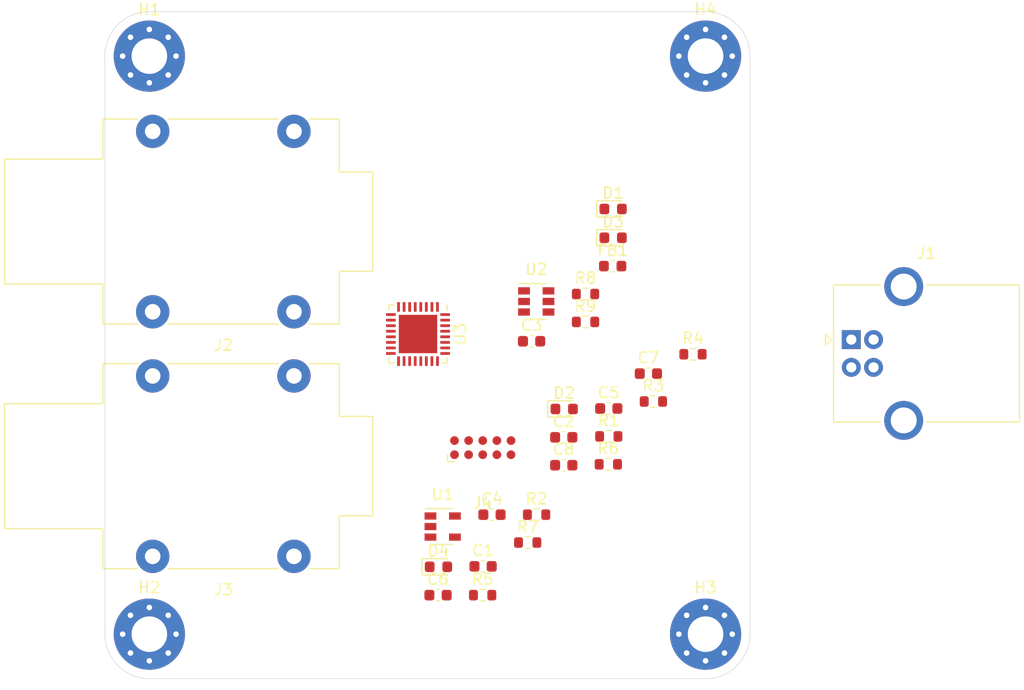
<source format=kicad_pcb>
(kicad_pcb (version 20171130) (host pcbnew 5.1.10)

  (general
    (thickness 1.6)
    (drawings 8)
    (tracks 0)
    (zones 0)
    (modules 33)
    (nets 23)
  )

  (page A4)
  (layers
    (0 F.Cu signal)
    (31 B.Cu signal)
    (32 B.Adhes user)
    (33 F.Adhes user)
    (34 B.Paste user)
    (35 F.Paste user)
    (36 B.SilkS user)
    (37 F.SilkS user)
    (38 B.Mask user)
    (39 F.Mask user)
    (40 Dwgs.User user)
    (41 Cmts.User user)
    (42 Eco1.User user)
    (43 Eco2.User user)
    (44 Edge.Cuts user)
    (45 Margin user)
    (46 B.CrtYd user)
    (47 F.CrtYd user)
    (48 B.Fab user)
    (49 F.Fab user)
  )

  (setup
    (last_trace_width 0.25)
    (trace_clearance 0.2)
    (zone_clearance 0.508)
    (zone_45_only no)
    (trace_min 0.2)
    (via_size 0.8)
    (via_drill 0.4)
    (via_min_size 0.4)
    (via_min_drill 0.3)
    (uvia_size 0.3)
    (uvia_drill 0.1)
    (uvias_allowed no)
    (uvia_min_size 0.2)
    (uvia_min_drill 0.1)
    (edge_width 0.05)
    (segment_width 0.2)
    (pcb_text_width 0.3)
    (pcb_text_size 1.5 1.5)
    (mod_edge_width 0.12)
    (mod_text_size 1 1)
    (mod_text_width 0.15)
    (pad_size 1.524 1.524)
    (pad_drill 0.762)
    (pad_to_mask_clearance 0)
    (aux_axis_origin 0 0)
    (visible_elements FFFFFF7F)
    (pcbplotparams
      (layerselection 0x010fc_ffffffff)
      (usegerberextensions false)
      (usegerberattributes true)
      (usegerberadvancedattributes true)
      (creategerberjobfile true)
      (excludeedgelayer true)
      (linewidth 0.100000)
      (plotframeref false)
      (viasonmask false)
      (mode 1)
      (useauxorigin false)
      (hpglpennumber 1)
      (hpglpenspeed 20)
      (hpglpendiameter 15.000000)
      (psnegative false)
      (psa4output false)
      (plotreference true)
      (plotvalue true)
      (plotinvisibletext false)
      (padsonsilk false)
      (subtractmaskfromsilk false)
      (outputformat 1)
      (mirror false)
      (drillshape 1)
      (scaleselection 1)
      (outputdirectory ""))
  )

  (net 0 "")
  (net 1 +3V3)
  (net 2 GND)
  (net 3 +5V)
  (net 4 "Net-(C5-Pad2)")
  (net 5 /PEDAL1)
  (net 6 /PEDAL2)
  (net 7 Earth)
  (net 8 "Net-(D1-Pad2)")
  (net 9 "Net-(D2-Pad2)")
  (net 10 "Net-(D3-Pad2)")
  (net 11 "Net-(D4-Pad2)")
  (net 12 "Net-(J1-Pad3)")
  (net 13 "Net-(J1-Pad2)")
  (net 14 /~RST)
  (net 15 /SWCLK)
  (net 16 /SWDIO)
  (net 17 "Net-(R2-Pad1)")
  (net 18 "Net-(R3-Pad1)")
  (net 19 "Net-(R4-Pad1)")
  (net 20 "Net-(R5-Pad1)")
  (net 21 /USB_D+)
  (net 22 /USB_D-)

  (net_class Default "This is the default net class."
    (clearance 0.2)
    (trace_width 0.25)
    (via_dia 0.8)
    (via_drill 0.4)
    (uvia_dia 0.3)
    (uvia_drill 0.1)
    (add_net +3V3)
    (add_net +5V)
    (add_net /PEDAL1)
    (add_net /PEDAL2)
    (add_net /SWCLK)
    (add_net /SWDIO)
    (add_net /USB_D+)
    (add_net /USB_D-)
    (add_net /~RST)
    (add_net Earth)
    (add_net GND)
    (add_net "Net-(C5-Pad2)")
    (add_net "Net-(D1-Pad2)")
    (add_net "Net-(D2-Pad2)")
    (add_net "Net-(D3-Pad2)")
    (add_net "Net-(D4-Pad2)")
    (add_net "Net-(J1-Pad2)")
    (add_net "Net-(J1-Pad3)")
    (add_net "Net-(J4-Pad5)")
    (add_net "Net-(J4-Pad6)")
    (add_net "Net-(J4-Pad7)")
    (add_net "Net-(J4-Pad8)")
    (add_net "Net-(J4-Pad9)")
    (add_net "Net-(R2-Pad1)")
    (add_net "Net-(R3-Pad1)")
    (add_net "Net-(R4-Pad1)")
    (add_net "Net-(R5-Pad1)")
    (add_net "Net-(U1-Pad4)")
    (add_net "Net-(U3-Pad10)")
    (add_net "Net-(U3-Pad11)")
    (add_net "Net-(U3-Pad12)")
    (add_net "Net-(U3-Pad13)")
    (add_net "Net-(U3-Pad16)")
    (add_net "Net-(U3-Pad18)")
    (add_net "Net-(U3-Pad19)")
    (add_net "Net-(U3-Pad2)")
    (add_net "Net-(U3-Pad20)")
    (add_net "Net-(U3-Pad25)")
    (add_net "Net-(U3-Pad26)")
    (add_net "Net-(U3-Pad27)")
    (add_net "Net-(U3-Pad28)")
    (add_net "Net-(U3-Pad29)")
    (add_net "Net-(U3-Pad3)")
    (add_net "Net-(U3-Pad30)")
    (add_net "Net-(U3-Pad32)")
  )

  (module MountingHole:MountingHole_3.2mm_M3_Pad_Via (layer F.Cu) (tedit 56DDBCCA) (tstamp 608E4C99)
    (at 81 17)
    (descr "Mounting Hole 3.2mm, M3")
    (tags "mounting hole 3.2mm m3")
    (path /608EFA14)
    (attr virtual)
    (fp_text reference H4 (at 0 -4.2) (layer F.SilkS)
      (effects (font (size 1 1) (thickness 0.15)))
    )
    (fp_text value MountingHole_Pad (at 0 4.2) (layer F.Fab)
      (effects (font (size 1 1) (thickness 0.15)))
    )
    (fp_text user %R (at 0.3 0) (layer F.Fab)
      (effects (font (size 1 1) (thickness 0.15)))
    )
    (fp_circle (center 0 0) (end 3.2 0) (layer Cmts.User) (width 0.15))
    (fp_circle (center 0 0) (end 3.45 0) (layer F.CrtYd) (width 0.05))
    (pad 1 thru_hole circle (at 1.697056 -1.697056) (size 0.8 0.8) (drill 0.5) (layers *.Cu *.Mask)
      (net 2 GND))
    (pad 1 thru_hole circle (at 0 -2.4) (size 0.8 0.8) (drill 0.5) (layers *.Cu *.Mask)
      (net 2 GND))
    (pad 1 thru_hole circle (at -1.697056 -1.697056) (size 0.8 0.8) (drill 0.5) (layers *.Cu *.Mask)
      (net 2 GND))
    (pad 1 thru_hole circle (at -2.4 0) (size 0.8 0.8) (drill 0.5) (layers *.Cu *.Mask)
      (net 2 GND))
    (pad 1 thru_hole circle (at -1.697056 1.697056) (size 0.8 0.8) (drill 0.5) (layers *.Cu *.Mask)
      (net 2 GND))
    (pad 1 thru_hole circle (at 0 2.4) (size 0.8 0.8) (drill 0.5) (layers *.Cu *.Mask)
      (net 2 GND))
    (pad 1 thru_hole circle (at 1.697056 1.697056) (size 0.8 0.8) (drill 0.5) (layers *.Cu *.Mask)
      (net 2 GND))
    (pad 1 thru_hole circle (at 2.4 0) (size 0.8 0.8) (drill 0.5) (layers *.Cu *.Mask)
      (net 2 GND))
    (pad 1 thru_hole circle (at 0 0) (size 6.4 6.4) (drill 3.2) (layers *.Cu *.Mask)
      (net 2 GND))
  )

  (module MountingHole:MountingHole_3.2mm_M3_Pad_Via (layer F.Cu) (tedit 56DDBCCA) (tstamp 608E4C89)
    (at 81 69)
    (descr "Mounting Hole 3.2mm, M3")
    (tags "mounting hole 3.2mm m3")
    (path /608EF3C8)
    (attr virtual)
    (fp_text reference H3 (at 0 -4.2) (layer F.SilkS)
      (effects (font (size 1 1) (thickness 0.15)))
    )
    (fp_text value MountingHole_Pad (at 0 4.2) (layer F.Fab)
      (effects (font (size 1 1) (thickness 0.15)))
    )
    (fp_text user %R (at 0.3 0) (layer F.Fab)
      (effects (font (size 1 1) (thickness 0.15)))
    )
    (fp_circle (center 0 0) (end 3.2 0) (layer Cmts.User) (width 0.15))
    (fp_circle (center 0 0) (end 3.45 0) (layer F.CrtYd) (width 0.05))
    (pad 1 thru_hole circle (at 1.697056 -1.697056) (size 0.8 0.8) (drill 0.5) (layers *.Cu *.Mask)
      (net 2 GND))
    (pad 1 thru_hole circle (at 0 -2.4) (size 0.8 0.8) (drill 0.5) (layers *.Cu *.Mask)
      (net 2 GND))
    (pad 1 thru_hole circle (at -1.697056 -1.697056) (size 0.8 0.8) (drill 0.5) (layers *.Cu *.Mask)
      (net 2 GND))
    (pad 1 thru_hole circle (at -2.4 0) (size 0.8 0.8) (drill 0.5) (layers *.Cu *.Mask)
      (net 2 GND))
    (pad 1 thru_hole circle (at -1.697056 1.697056) (size 0.8 0.8) (drill 0.5) (layers *.Cu *.Mask)
      (net 2 GND))
    (pad 1 thru_hole circle (at 0 2.4) (size 0.8 0.8) (drill 0.5) (layers *.Cu *.Mask)
      (net 2 GND))
    (pad 1 thru_hole circle (at 1.697056 1.697056) (size 0.8 0.8) (drill 0.5) (layers *.Cu *.Mask)
      (net 2 GND))
    (pad 1 thru_hole circle (at 2.4 0) (size 0.8 0.8) (drill 0.5) (layers *.Cu *.Mask)
      (net 2 GND))
    (pad 1 thru_hole circle (at 0 0) (size 6.4 6.4) (drill 3.2) (layers *.Cu *.Mask)
      (net 2 GND))
  )

  (module MountingHole:MountingHole_3.2mm_M3_Pad_Via (layer F.Cu) (tedit 56DDBCCA) (tstamp 608E4C79)
    (at 31 69)
    (descr "Mounting Hole 3.2mm, M3")
    (tags "mounting hole 3.2mm m3")
    (path /608EE9BE)
    (attr virtual)
    (fp_text reference H2 (at 0 -4.2) (layer F.SilkS)
      (effects (font (size 1 1) (thickness 0.15)))
    )
    (fp_text value MountingHole_Pad (at 0 4.2) (layer F.Fab)
      (effects (font (size 1 1) (thickness 0.15)))
    )
    (fp_text user %R (at 0.3 0) (layer F.Fab)
      (effects (font (size 1 1) (thickness 0.15)))
    )
    (fp_circle (center 0 0) (end 3.2 0) (layer Cmts.User) (width 0.15))
    (fp_circle (center 0 0) (end 3.45 0) (layer F.CrtYd) (width 0.05))
    (pad 1 thru_hole circle (at 1.697056 -1.697056) (size 0.8 0.8) (drill 0.5) (layers *.Cu *.Mask)
      (net 2 GND))
    (pad 1 thru_hole circle (at 0 -2.4) (size 0.8 0.8) (drill 0.5) (layers *.Cu *.Mask)
      (net 2 GND))
    (pad 1 thru_hole circle (at -1.697056 -1.697056) (size 0.8 0.8) (drill 0.5) (layers *.Cu *.Mask)
      (net 2 GND))
    (pad 1 thru_hole circle (at -2.4 0) (size 0.8 0.8) (drill 0.5) (layers *.Cu *.Mask)
      (net 2 GND))
    (pad 1 thru_hole circle (at -1.697056 1.697056) (size 0.8 0.8) (drill 0.5) (layers *.Cu *.Mask)
      (net 2 GND))
    (pad 1 thru_hole circle (at 0 2.4) (size 0.8 0.8) (drill 0.5) (layers *.Cu *.Mask)
      (net 2 GND))
    (pad 1 thru_hole circle (at 1.697056 1.697056) (size 0.8 0.8) (drill 0.5) (layers *.Cu *.Mask)
      (net 2 GND))
    (pad 1 thru_hole circle (at 2.4 0) (size 0.8 0.8) (drill 0.5) (layers *.Cu *.Mask)
      (net 2 GND))
    (pad 1 thru_hole circle (at 0 0) (size 6.4 6.4) (drill 3.2) (layers *.Cu *.Mask)
      (net 2 GND))
  )

  (module MountingHole:MountingHole_3.2mm_M3_Pad_Via (layer F.Cu) (tedit 56DDBCCA) (tstamp 608E504C)
    (at 31 17)
    (descr "Mounting Hole 3.2mm, M3")
    (tags "mounting hole 3.2mm m3")
    (path /608EBE66)
    (attr virtual)
    (fp_text reference H1 (at 0 -4.2) (layer F.SilkS)
      (effects (font (size 1 1) (thickness 0.15)))
    )
    (fp_text value MountingHole_Pad (at 0 4.2) (layer F.Fab)
      (effects (font (size 1 1) (thickness 0.15)))
    )
    (fp_text user %R (at 0.3 0) (layer F.Fab)
      (effects (font (size 1 1) (thickness 0.15)))
    )
    (fp_circle (center 0 0) (end 3.2 0) (layer Cmts.User) (width 0.15))
    (fp_circle (center 0 0) (end 3.45 0) (layer F.CrtYd) (width 0.05))
    (pad 1 thru_hole circle (at 1.697056 -1.697056) (size 0.8 0.8) (drill 0.5) (layers *.Cu *.Mask)
      (net 2 GND))
    (pad 1 thru_hole circle (at 0 -2.4) (size 0.8 0.8) (drill 0.5) (layers *.Cu *.Mask)
      (net 2 GND))
    (pad 1 thru_hole circle (at -1.697056 -1.697056) (size 0.8 0.8) (drill 0.5) (layers *.Cu *.Mask)
      (net 2 GND))
    (pad 1 thru_hole circle (at -2.4 0) (size 0.8 0.8) (drill 0.5) (layers *.Cu *.Mask)
      (net 2 GND))
    (pad 1 thru_hole circle (at -1.697056 1.697056) (size 0.8 0.8) (drill 0.5) (layers *.Cu *.Mask)
      (net 2 GND))
    (pad 1 thru_hole circle (at 0 2.4) (size 0.8 0.8) (drill 0.5) (layers *.Cu *.Mask)
      (net 2 GND))
    (pad 1 thru_hole circle (at 1.697056 1.697056) (size 0.8 0.8) (drill 0.5) (layers *.Cu *.Mask)
      (net 2 GND))
    (pad 1 thru_hole circle (at 2.4 0) (size 0.8 0.8) (drill 0.5) (layers *.Cu *.Mask)
      (net 2 GND))
    (pad 1 thru_hole circle (at 0 0) (size 6.4 6.4) (drill 3.2) (layers *.Cu *.Mask)
      (net 2 GND))
  )

  (module Connector_Audio:Jack_6.35mm_Neutrik_NMJ4HFD2_Horizontal (layer F.Cu) (tedit 5C194A94) (tstamp 608E34E0)
    (at 44 62 180)
    (descr "M Series, 6.35mm (1/4in) mono jack, switched, with full threaded nose and straight PCB pins, https://www.neutrik.com/en/product/nmj4hfd2")
    (tags "neutrik jack m")
    (path /60941036)
    (fp_text reference J3 (at 6.35 -3) (layer F.SilkS)
      (effects (font (size 1 1) (thickness 0.15)))
    )
    (fp_text value PEDAL1 (at 6.35 19) (layer F.Fab)
      (effects (font (size 1 1) (thickness 0.15)))
    )
    (fp_text user %R (at 6.35 8.115) (layer F.Fab)
      (effects (font (size 1 1) (thickness 0.15)))
    )
    (fp_line (start -7.45 18.23) (end 26.4 18.23) (layer F.CrtYd) (width 0.05))
    (fp_line (start 26.4 18.23) (end 26.4 -2) (layer F.CrtYd) (width 0.05))
    (fp_line (start 26.4 -2) (end -7.45 -2) (layer F.CrtYd) (width 0.05))
    (fp_line (start -7.45 18.23) (end -7.45 -2) (layer F.CrtYd) (width 0.05))
    (fp_line (start 17.17 2.495) (end 26.02 2.495) (layer F.SilkS) (width 0.12))
    (fp_line (start 26.02 13.735) (end 26.02 2.495) (layer F.SilkS) (width 0.12))
    (fp_line (start 17.17 13.735) (end 26.02 13.735) (layer F.SilkS) (width 0.12))
    (fp_line (start -7.07 12.585) (end -4.07 12.585) (layer F.SilkS) (width 0.12))
    (fp_line (start 17.17 17.335) (end 17.17 13.735) (layer F.SilkS) (width 0.12))
    (fp_line (start 17.17 -1.105) (end 14.05 -1.105) (layer F.SilkS) (width 0.12))
    (fp_line (start 17.17 17.335) (end 14.05 17.335) (layer F.SilkS) (width 0.12))
    (fp_line (start -1.35 17.335) (end -4.07 17.335) (layer F.SilkS) (width 0.12))
    (fp_line (start 11.3 17.335) (end 1.4 17.335) (layer F.SilkS) (width 0.12))
    (fp_line (start 1.4 -1.105) (end 11.3 -1.105) (layer F.SilkS) (width 0.12))
    (fp_line (start -4.07 -1.105) (end -1.35 -1.105) (layer F.SilkS) (width 0.12))
    (fp_line (start -4.07 17.335) (end -4.07 12.585) (layer F.SilkS) (width 0.12))
    (fp_line (start 17.05 17.215) (end -3.95 17.215) (layer F.Fab) (width 0.1))
    (fp_line (start 17.05 17.215) (end 17.05 -0.985) (layer F.Fab) (width 0.1))
    (fp_line (start 17.05 -0.985) (end -3.95 -0.985) (layer F.Fab) (width 0.1))
    (fp_line (start -6.95 12.465) (end -6.95 3.765) (layer F.Fab) (width 0.1))
    (fp_line (start -3.95 17.215) (end -3.95 -0.985) (layer F.Fab) (width 0.1))
    (fp_line (start 25.9 13.615) (end 25.9 2.615) (layer F.Fab) (width 0.1))
    (fp_line (start 25.9 13.615) (end 17.05 13.615) (layer F.Fab) (width 0.1))
    (fp_line (start 25.9 2.615) (end 17.05 2.615) (layer F.Fab) (width 0.1))
    (fp_line (start -6.95 12.465) (end -3.95 12.465) (layer F.Fab) (width 0.1))
    (fp_line (start -6.95 3.765) (end -3.95 3.765) (layer F.Fab) (width 0.1))
    (fp_line (start -7.07 12.545) (end -7.07 3.645) (layer F.SilkS) (width 0.12))
    (fp_line (start -7.07 3.645) (end -4.07 3.645) (layer F.SilkS) (width 0.12))
    (fp_line (start -4.07 3.645) (end -4.07 -1.105) (layer F.SilkS) (width 0.12))
    (fp_line (start 17.17 2.495) (end 17.17 -1.105) (layer F.SilkS) (width 0.12))
    (pad TN thru_hole circle (at 0 16.23 180) (size 3 3) (drill 1.4) (layers *.Cu *.Mask))
    (pad SN thru_hole circle (at 12.7 16.23 180) (size 3 3) (drill 1.4) (layers *.Cu *.Mask))
    (pad T thru_hole circle (at 0 0 180) (size 3 3) (drill 1.4) (layers *.Cu *.Mask)
      (net 6 /PEDAL2))
    (pad S thru_hole circle (at 12.7 0 180) (size 3 3) (drill 1.4) (layers *.Cu *.Mask)
      (net 2 GND))
    (model ${KISYS3DMOD}/Connector_Audio.3dshapes/Jack_6.35mm_Neutrik_NMJ4HFD2_Horizontal.wrl
      (at (xyz 0 0 0))
      (scale (xyz 1 1 1))
      (rotate (xyz 0 0 0))
    )
  )

  (module Connector_Audio:Jack_6.35mm_Neutrik_NMJ4HFD2_Horizontal (layer F.Cu) (tedit 5C194A94) (tstamp 608E34BF)
    (at 44 40 180)
    (descr "M Series, 6.35mm (1/4in) mono jack, switched, with full threaded nose and straight PCB pins, https://www.neutrik.com/en/product/nmj4hfd2")
    (tags "neutrik jack m")
    (path /6093EEE7)
    (fp_text reference J2 (at 6.35 -3) (layer F.SilkS)
      (effects (font (size 1 1) (thickness 0.15)))
    )
    (fp_text value PEDAL1 (at 6.35 19) (layer F.Fab)
      (effects (font (size 1 1) (thickness 0.15)))
    )
    (fp_text user %R (at 6.35 8.115) (layer F.Fab)
      (effects (font (size 1 1) (thickness 0.15)))
    )
    (fp_line (start -7.45 18.23) (end 26.4 18.23) (layer F.CrtYd) (width 0.05))
    (fp_line (start 26.4 18.23) (end 26.4 -2) (layer F.CrtYd) (width 0.05))
    (fp_line (start 26.4 -2) (end -7.45 -2) (layer F.CrtYd) (width 0.05))
    (fp_line (start -7.45 18.23) (end -7.45 -2) (layer F.CrtYd) (width 0.05))
    (fp_line (start 17.17 2.495) (end 26.02 2.495) (layer F.SilkS) (width 0.12))
    (fp_line (start 26.02 13.735) (end 26.02 2.495) (layer F.SilkS) (width 0.12))
    (fp_line (start 17.17 13.735) (end 26.02 13.735) (layer F.SilkS) (width 0.12))
    (fp_line (start -7.07 12.585) (end -4.07 12.585) (layer F.SilkS) (width 0.12))
    (fp_line (start 17.17 17.335) (end 17.17 13.735) (layer F.SilkS) (width 0.12))
    (fp_line (start 17.17 -1.105) (end 14.05 -1.105) (layer F.SilkS) (width 0.12))
    (fp_line (start 17.17 17.335) (end 14.05 17.335) (layer F.SilkS) (width 0.12))
    (fp_line (start -1.35 17.335) (end -4.07 17.335) (layer F.SilkS) (width 0.12))
    (fp_line (start 11.3 17.335) (end 1.4 17.335) (layer F.SilkS) (width 0.12))
    (fp_line (start 1.4 -1.105) (end 11.3 -1.105) (layer F.SilkS) (width 0.12))
    (fp_line (start -4.07 -1.105) (end -1.35 -1.105) (layer F.SilkS) (width 0.12))
    (fp_line (start -4.07 17.335) (end -4.07 12.585) (layer F.SilkS) (width 0.12))
    (fp_line (start 17.05 17.215) (end -3.95 17.215) (layer F.Fab) (width 0.1))
    (fp_line (start 17.05 17.215) (end 17.05 -0.985) (layer F.Fab) (width 0.1))
    (fp_line (start 17.05 -0.985) (end -3.95 -0.985) (layer F.Fab) (width 0.1))
    (fp_line (start -6.95 12.465) (end -6.95 3.765) (layer F.Fab) (width 0.1))
    (fp_line (start -3.95 17.215) (end -3.95 -0.985) (layer F.Fab) (width 0.1))
    (fp_line (start 25.9 13.615) (end 25.9 2.615) (layer F.Fab) (width 0.1))
    (fp_line (start 25.9 13.615) (end 17.05 13.615) (layer F.Fab) (width 0.1))
    (fp_line (start 25.9 2.615) (end 17.05 2.615) (layer F.Fab) (width 0.1))
    (fp_line (start -6.95 12.465) (end -3.95 12.465) (layer F.Fab) (width 0.1))
    (fp_line (start -6.95 3.765) (end -3.95 3.765) (layer F.Fab) (width 0.1))
    (fp_line (start -7.07 12.545) (end -7.07 3.645) (layer F.SilkS) (width 0.12))
    (fp_line (start -7.07 3.645) (end -4.07 3.645) (layer F.SilkS) (width 0.12))
    (fp_line (start -4.07 3.645) (end -4.07 -1.105) (layer F.SilkS) (width 0.12))
    (fp_line (start 17.17 2.495) (end 17.17 -1.105) (layer F.SilkS) (width 0.12))
    (pad TN thru_hole circle (at 0 16.23 180) (size 3 3) (drill 1.4) (layers *.Cu *.Mask))
    (pad SN thru_hole circle (at 12.7 16.23 180) (size 3 3) (drill 1.4) (layers *.Cu *.Mask))
    (pad T thru_hole circle (at 0 0 180) (size 3 3) (drill 1.4) (layers *.Cu *.Mask)
      (net 5 /PEDAL1))
    (pad S thru_hole circle (at 12.7 0 180) (size 3 3) (drill 1.4) (layers *.Cu *.Mask)
      (net 2 GND))
    (model ${KISYS3DMOD}/Connector_Audio.3dshapes/Jack_6.35mm_Neutrik_NMJ4HFD2_Horizontal.wrl
      (at (xyz 0 0 0))
      (scale (xyz 1 1 1))
      (rotate (xyz 0 0 0))
    )
  )

  (module Package_DFN_QFN:QFN-32-1EP_5x5mm_P0.5mm_EP3.45x3.45mm (layer F.Cu) (tedit 5DC5F6A4) (tstamp 608E360D)
    (at 55.15 42 270)
    (descr "QFN, 32 Pin (http://www.analog.com/media/en/package-pcb-resources/package/pkg_pdf/ltc-legacy-qfn/QFN_32_05-08-1693.pdf), generated with kicad-footprint-generator ipc_noLead_generator.py")
    (tags "QFN NoLead")
    (path /608DD3DA)
    (attr smd)
    (fp_text reference U3 (at 0 -3.82 90) (layer F.SilkS)
      (effects (font (size 1 1) (thickness 0.15)))
    )
    (fp_text value STM32L052K8Ux (at 0 3.82 90) (layer F.Fab)
      (effects (font (size 1 1) (thickness 0.15)))
    )
    (fp_line (start 3.12 -3.12) (end -3.12 -3.12) (layer F.CrtYd) (width 0.05))
    (fp_line (start 3.12 3.12) (end 3.12 -3.12) (layer F.CrtYd) (width 0.05))
    (fp_line (start -3.12 3.12) (end 3.12 3.12) (layer F.CrtYd) (width 0.05))
    (fp_line (start -3.12 -3.12) (end -3.12 3.12) (layer F.CrtYd) (width 0.05))
    (fp_line (start -2.5 -1.5) (end -1.5 -2.5) (layer F.Fab) (width 0.1))
    (fp_line (start -2.5 2.5) (end -2.5 -1.5) (layer F.Fab) (width 0.1))
    (fp_line (start 2.5 2.5) (end -2.5 2.5) (layer F.Fab) (width 0.1))
    (fp_line (start 2.5 -2.5) (end 2.5 2.5) (layer F.Fab) (width 0.1))
    (fp_line (start -1.5 -2.5) (end 2.5 -2.5) (layer F.Fab) (width 0.1))
    (fp_line (start -2.135 -2.61) (end -2.61 -2.61) (layer F.SilkS) (width 0.12))
    (fp_line (start 2.61 2.61) (end 2.61 2.135) (layer F.SilkS) (width 0.12))
    (fp_line (start 2.135 2.61) (end 2.61 2.61) (layer F.SilkS) (width 0.12))
    (fp_line (start -2.61 2.61) (end -2.61 2.135) (layer F.SilkS) (width 0.12))
    (fp_line (start -2.135 2.61) (end -2.61 2.61) (layer F.SilkS) (width 0.12))
    (fp_line (start 2.61 -2.61) (end 2.61 -2.135) (layer F.SilkS) (width 0.12))
    (fp_line (start 2.135 -2.61) (end 2.61 -2.61) (layer F.SilkS) (width 0.12))
    (fp_text user %R (at 0 0 90) (layer F.Fab)
      (effects (font (size 1 1) (thickness 0.15)))
    )
    (pad "" smd roundrect (at 1.15 1.15 270) (size 0.93 0.93) (layers F.Paste) (roundrect_rratio 0.25))
    (pad "" smd roundrect (at 1.15 0 270) (size 0.93 0.93) (layers F.Paste) (roundrect_rratio 0.25))
    (pad "" smd roundrect (at 1.15 -1.15 270) (size 0.93 0.93) (layers F.Paste) (roundrect_rratio 0.25))
    (pad "" smd roundrect (at 0 1.15 270) (size 0.93 0.93) (layers F.Paste) (roundrect_rratio 0.25))
    (pad "" smd roundrect (at 0 0 270) (size 0.93 0.93) (layers F.Paste) (roundrect_rratio 0.25))
    (pad "" smd roundrect (at 0 -1.15 270) (size 0.93 0.93) (layers F.Paste) (roundrect_rratio 0.25))
    (pad "" smd roundrect (at -1.15 1.15 270) (size 0.93 0.93) (layers F.Paste) (roundrect_rratio 0.25))
    (pad "" smd roundrect (at -1.15 0 270) (size 0.93 0.93) (layers F.Paste) (roundrect_rratio 0.25))
    (pad "" smd roundrect (at -1.15 -1.15 270) (size 0.93 0.93) (layers F.Paste) (roundrect_rratio 0.25))
    (pad 33 smd rect (at 0 0 270) (size 3.45 3.45) (layers F.Cu F.Mask)
      (net 2 GND))
    (pad 32 smd roundrect (at -1.75 -2.4375 270) (size 0.25 0.875) (layers F.Cu F.Paste F.Mask) (roundrect_rratio 0.25))
    (pad 31 smd roundrect (at -1.25 -2.4375 270) (size 0.25 0.875) (layers F.Cu F.Paste F.Mask) (roundrect_rratio 0.25)
      (net 2 GND))
    (pad 30 smd roundrect (at -0.75 -2.4375 270) (size 0.25 0.875) (layers F.Cu F.Paste F.Mask) (roundrect_rratio 0.25))
    (pad 29 smd roundrect (at -0.25 -2.4375 270) (size 0.25 0.875) (layers F.Cu F.Paste F.Mask) (roundrect_rratio 0.25))
    (pad 28 smd roundrect (at 0.25 -2.4375 270) (size 0.25 0.875) (layers F.Cu F.Paste F.Mask) (roundrect_rratio 0.25))
    (pad 27 smd roundrect (at 0.75 -2.4375 270) (size 0.25 0.875) (layers F.Cu F.Paste F.Mask) (roundrect_rratio 0.25))
    (pad 26 smd roundrect (at 1.25 -2.4375 270) (size 0.25 0.875) (layers F.Cu F.Paste F.Mask) (roundrect_rratio 0.25))
    (pad 25 smd roundrect (at 1.75 -2.4375 270) (size 0.25 0.875) (layers F.Cu F.Paste F.Mask) (roundrect_rratio 0.25))
    (pad 24 smd roundrect (at 2.4375 -1.75 270) (size 0.875 0.25) (layers F.Cu F.Paste F.Mask) (roundrect_rratio 0.25)
      (net 15 /SWCLK))
    (pad 23 smd roundrect (at 2.4375 -1.25 270) (size 0.875 0.25) (layers F.Cu F.Paste F.Mask) (roundrect_rratio 0.25)
      (net 16 /SWDIO))
    (pad 22 smd roundrect (at 2.4375 -0.75 270) (size 0.875 0.25) (layers F.Cu F.Paste F.Mask) (roundrect_rratio 0.25)
      (net 21 /USB_D+))
    (pad 21 smd roundrect (at 2.4375 -0.25 270) (size 0.875 0.25) (layers F.Cu F.Paste F.Mask) (roundrect_rratio 0.25)
      (net 22 /USB_D-))
    (pad 20 smd roundrect (at 2.4375 0.25 270) (size 0.875 0.25) (layers F.Cu F.Paste F.Mask) (roundrect_rratio 0.25))
    (pad 19 smd roundrect (at 2.4375 0.75 270) (size 0.875 0.25) (layers F.Cu F.Paste F.Mask) (roundrect_rratio 0.25))
    (pad 18 smd roundrect (at 2.4375 1.25 270) (size 0.875 0.25) (layers F.Cu F.Paste F.Mask) (roundrect_rratio 0.25))
    (pad 17 smd roundrect (at 2.4375 1.75 270) (size 0.875 0.25) (layers F.Cu F.Paste F.Mask) (roundrect_rratio 0.25)
      (net 1 +3V3))
    (pad 16 smd roundrect (at 1.75 2.4375 270) (size 0.25 0.875) (layers F.Cu F.Paste F.Mask) (roundrect_rratio 0.25))
    (pad 15 smd roundrect (at 1.25 2.4375 270) (size 0.25 0.875) (layers F.Cu F.Paste F.Mask) (roundrect_rratio 0.25)
      (net 6 /PEDAL2))
    (pad 14 smd roundrect (at 0.75 2.4375 270) (size 0.25 0.875) (layers F.Cu F.Paste F.Mask) (roundrect_rratio 0.25)
      (net 5 /PEDAL1))
    (pad 13 smd roundrect (at 0.25 2.4375 270) (size 0.25 0.875) (layers F.Cu F.Paste F.Mask) (roundrect_rratio 0.25))
    (pad 12 smd roundrect (at -0.25 2.4375 270) (size 0.25 0.875) (layers F.Cu F.Paste F.Mask) (roundrect_rratio 0.25))
    (pad 11 smd roundrect (at -0.75 2.4375 270) (size 0.25 0.875) (layers F.Cu F.Paste F.Mask) (roundrect_rratio 0.25))
    (pad 10 smd roundrect (at -1.25 2.4375 270) (size 0.25 0.875) (layers F.Cu F.Paste F.Mask) (roundrect_rratio 0.25))
    (pad 9 smd roundrect (at -1.75 2.4375 270) (size 0.25 0.875) (layers F.Cu F.Paste F.Mask) (roundrect_rratio 0.25)
      (net 17 "Net-(R2-Pad1)"))
    (pad 8 smd roundrect (at -2.4375 1.75 270) (size 0.875 0.25) (layers F.Cu F.Paste F.Mask) (roundrect_rratio 0.25)
      (net 18 "Net-(R3-Pad1)"))
    (pad 7 smd roundrect (at -2.4375 1.25 270) (size 0.875 0.25) (layers F.Cu F.Paste F.Mask) (roundrect_rratio 0.25)
      (net 19 "Net-(R4-Pad1)"))
    (pad 6 smd roundrect (at -2.4375 0.75 270) (size 0.875 0.25) (layers F.Cu F.Paste F.Mask) (roundrect_rratio 0.25)
      (net 20 "Net-(R5-Pad1)"))
    (pad 5 smd roundrect (at -2.4375 0.25 270) (size 0.875 0.25) (layers F.Cu F.Paste F.Mask) (roundrect_rratio 0.25)
      (net 4 "Net-(C5-Pad2)"))
    (pad 4 smd roundrect (at -2.4375 -0.25 270) (size 0.875 0.25) (layers F.Cu F.Paste F.Mask) (roundrect_rratio 0.25)
      (net 14 /~RST))
    (pad 3 smd roundrect (at -2.4375 -0.75 270) (size 0.875 0.25) (layers F.Cu F.Paste F.Mask) (roundrect_rratio 0.25))
    (pad 2 smd roundrect (at -2.4375 -1.25 270) (size 0.875 0.25) (layers F.Cu F.Paste F.Mask) (roundrect_rratio 0.25))
    (pad 1 smd roundrect (at -2.4375 -1.75 270) (size 0.875 0.25) (layers F.Cu F.Paste F.Mask) (roundrect_rratio 0.25)
      (net 1 +3V3))
    (model ${KISYS3DMOD}/Package_DFN_QFN.3dshapes/QFN-32-1EP_5x5mm_P0.5mm_EP3.45x3.45mm.wrl
      (at (xyz 0 0 0))
      (scale (xyz 1 1 1))
      (rotate (xyz 0 0 0))
    )
  )

  (module Package_TO_SOT_SMD:SOT-23-6 (layer F.Cu) (tedit 5A02FF57) (tstamp 608E35CE)
    (at 65.78 39.07)
    (descr "6-pin SOT-23 package")
    (tags SOT-23-6)
    (path /608F0878)
    (attr smd)
    (fp_text reference U2 (at 0 -2.9) (layer F.SilkS)
      (effects (font (size 1 1) (thickness 0.15)))
    )
    (fp_text value USBLC6-2SC6 (at 0 2.9) (layer F.Fab)
      (effects (font (size 1 1) (thickness 0.15)))
    )
    (fp_line (start 0.9 -1.55) (end 0.9 1.55) (layer F.Fab) (width 0.1))
    (fp_line (start 0.9 1.55) (end -0.9 1.55) (layer F.Fab) (width 0.1))
    (fp_line (start -0.9 -0.9) (end -0.9 1.55) (layer F.Fab) (width 0.1))
    (fp_line (start 0.9 -1.55) (end -0.25 -1.55) (layer F.Fab) (width 0.1))
    (fp_line (start -0.9 -0.9) (end -0.25 -1.55) (layer F.Fab) (width 0.1))
    (fp_line (start -1.9 -1.8) (end -1.9 1.8) (layer F.CrtYd) (width 0.05))
    (fp_line (start -1.9 1.8) (end 1.9 1.8) (layer F.CrtYd) (width 0.05))
    (fp_line (start 1.9 1.8) (end 1.9 -1.8) (layer F.CrtYd) (width 0.05))
    (fp_line (start 1.9 -1.8) (end -1.9 -1.8) (layer F.CrtYd) (width 0.05))
    (fp_line (start 0.9 -1.61) (end -1.55 -1.61) (layer F.SilkS) (width 0.12))
    (fp_line (start -0.9 1.61) (end 0.9 1.61) (layer F.SilkS) (width 0.12))
    (fp_text user %R (at 0 0 90) (layer F.Fab)
      (effects (font (size 0.5 0.5) (thickness 0.075)))
    )
    (pad 5 smd rect (at 1.1 0) (size 1.06 0.65) (layers F.Cu F.Paste F.Mask)
      (net 3 +5V))
    (pad 6 smd rect (at 1.1 -0.95) (size 1.06 0.65) (layers F.Cu F.Paste F.Mask)
      (net 13 "Net-(J1-Pad2)"))
    (pad 4 smd rect (at 1.1 0.95) (size 1.06 0.65) (layers F.Cu F.Paste F.Mask)
      (net 12 "Net-(J1-Pad3)"))
    (pad 3 smd rect (at -1.1 0.95) (size 1.06 0.65) (layers F.Cu F.Paste F.Mask)
      (net 21 /USB_D+))
    (pad 2 smd rect (at -1.1 0) (size 1.06 0.65) (layers F.Cu F.Paste F.Mask)
      (net 2 GND))
    (pad 1 smd rect (at -1.1 -0.95) (size 1.06 0.65) (layers F.Cu F.Paste F.Mask)
      (net 22 /USB_D-))
    (model ${KISYS3DMOD}/Package_TO_SOT_SMD.3dshapes/SOT-23-6.wrl
      (at (xyz 0 0 0))
      (scale (xyz 1 1 1))
      (rotate (xyz 0 0 0))
    )
  )

  (module Package_TO_SOT_SMD:SOT-23-5 (layer F.Cu) (tedit 5A02FF57) (tstamp 608E35B8)
    (at 57.37 59.32)
    (descr "5-pin SOT23 package")
    (tags SOT-23-5)
    (path /608E787E)
    (attr smd)
    (fp_text reference U1 (at 0 -2.9) (layer F.SilkS)
      (effects (font (size 1 1) (thickness 0.15)))
    )
    (fp_text value MIC5365-3.3YD5 (at 0 2.9) (layer F.Fab)
      (effects (font (size 1 1) (thickness 0.15)))
    )
    (fp_line (start 0.9 -1.55) (end 0.9 1.55) (layer F.Fab) (width 0.1))
    (fp_line (start 0.9 1.55) (end -0.9 1.55) (layer F.Fab) (width 0.1))
    (fp_line (start -0.9 -0.9) (end -0.9 1.55) (layer F.Fab) (width 0.1))
    (fp_line (start 0.9 -1.55) (end -0.25 -1.55) (layer F.Fab) (width 0.1))
    (fp_line (start -0.9 -0.9) (end -0.25 -1.55) (layer F.Fab) (width 0.1))
    (fp_line (start -1.9 1.8) (end -1.9 -1.8) (layer F.CrtYd) (width 0.05))
    (fp_line (start 1.9 1.8) (end -1.9 1.8) (layer F.CrtYd) (width 0.05))
    (fp_line (start 1.9 -1.8) (end 1.9 1.8) (layer F.CrtYd) (width 0.05))
    (fp_line (start -1.9 -1.8) (end 1.9 -1.8) (layer F.CrtYd) (width 0.05))
    (fp_line (start 0.9 -1.61) (end -1.55 -1.61) (layer F.SilkS) (width 0.12))
    (fp_line (start -0.9 1.61) (end 0.9 1.61) (layer F.SilkS) (width 0.12))
    (fp_text user %R (at 0 0 90) (layer F.Fab)
      (effects (font (size 0.5 0.5) (thickness 0.075)))
    )
    (pad 5 smd rect (at 1.1 -0.95) (size 1.06 0.65) (layers F.Cu F.Paste F.Mask)
      (net 1 +3V3))
    (pad 4 smd rect (at 1.1 0.95) (size 1.06 0.65) (layers F.Cu F.Paste F.Mask))
    (pad 3 smd rect (at -1.1 0.95) (size 1.06 0.65) (layers F.Cu F.Paste F.Mask)
      (net 3 +5V))
    (pad 2 smd rect (at -1.1 0) (size 1.06 0.65) (layers F.Cu F.Paste F.Mask)
      (net 2 GND))
    (pad 1 smd rect (at -1.1 -0.95) (size 1.06 0.65) (layers F.Cu F.Paste F.Mask)
      (net 3 +5V))
    (model ${KISYS3DMOD}/Package_TO_SOT_SMD.3dshapes/SOT-23-5.wrl
      (at (xyz 0 0 0))
      (scale (xyz 1 1 1))
      (rotate (xyz 0 0 0))
    )
  )

  (module Resistor_SMD:R_0603_1608Metric (layer F.Cu) (tedit 5F68FEEE) (tstamp 608E35A3)
    (at 70.21 40.91)
    (descr "Resistor SMD 0603 (1608 Metric), square (rectangular) end terminal, IPC_7351 nominal, (Body size source: IPC-SM-782 page 72, https://www.pcb-3d.com/wordpress/wp-content/uploads/ipc-sm-782a_amendment_1_and_2.pdf), generated with kicad-footprint-generator")
    (tags resistor)
    (path /60A1C4FB)
    (attr smd)
    (fp_text reference R9 (at 0 -1.43) (layer F.SilkS)
      (effects (font (size 1 1) (thickness 0.15)))
    )
    (fp_text value 1k5 (at 0 1.43) (layer F.Fab)
      (effects (font (size 1 1) (thickness 0.15)))
    )
    (fp_line (start 1.48 0.73) (end -1.48 0.73) (layer F.CrtYd) (width 0.05))
    (fp_line (start 1.48 -0.73) (end 1.48 0.73) (layer F.CrtYd) (width 0.05))
    (fp_line (start -1.48 -0.73) (end 1.48 -0.73) (layer F.CrtYd) (width 0.05))
    (fp_line (start -1.48 0.73) (end -1.48 -0.73) (layer F.CrtYd) (width 0.05))
    (fp_line (start -0.237258 0.5225) (end 0.237258 0.5225) (layer F.SilkS) (width 0.12))
    (fp_line (start -0.237258 -0.5225) (end 0.237258 -0.5225) (layer F.SilkS) (width 0.12))
    (fp_line (start 0.8 0.4125) (end -0.8 0.4125) (layer F.Fab) (width 0.1))
    (fp_line (start 0.8 -0.4125) (end 0.8 0.4125) (layer F.Fab) (width 0.1))
    (fp_line (start -0.8 -0.4125) (end 0.8 -0.4125) (layer F.Fab) (width 0.1))
    (fp_line (start -0.8 0.4125) (end -0.8 -0.4125) (layer F.Fab) (width 0.1))
    (fp_text user %R (at 0 0) (layer F.Fab)
      (effects (font (size 0.4 0.4) (thickness 0.06)))
    )
    (pad 2 smd roundrect (at 0.825 0) (size 0.8 0.95) (layers F.Cu F.Paste F.Mask) (roundrect_rratio 0.25)
      (net 21 /USB_D+))
    (pad 1 smd roundrect (at -0.825 0) (size 0.8 0.95) (layers F.Cu F.Paste F.Mask) (roundrect_rratio 0.25)
      (net 1 +3V3))
    (model ${KISYS3DMOD}/Resistor_SMD.3dshapes/R_0603_1608Metric.wrl
      (at (xyz 0 0 0))
      (scale (xyz 1 1 1))
      (rotate (xyz 0 0 0))
    )
  )

  (module Resistor_SMD:R_0603_1608Metric (layer F.Cu) (tedit 5F68FEEE) (tstamp 608E3592)
    (at 70.21 38.4)
    (descr "Resistor SMD 0603 (1608 Metric), square (rectangular) end terminal, IPC_7351 nominal, (Body size source: IPC-SM-782 page 72, https://www.pcb-3d.com/wordpress/wp-content/uploads/ipc-sm-782a_amendment_1_and_2.pdf), generated with kicad-footprint-generator")
    (tags resistor)
    (path /6098CD7F)
    (attr smd)
    (fp_text reference R8 (at 0 -1.43) (layer F.SilkS)
      (effects (font (size 1 1) (thickness 0.15)))
    )
    (fp_text value 10k (at 0 1.43) (layer F.Fab)
      (effects (font (size 1 1) (thickness 0.15)))
    )
    (fp_line (start 1.48 0.73) (end -1.48 0.73) (layer F.CrtYd) (width 0.05))
    (fp_line (start 1.48 -0.73) (end 1.48 0.73) (layer F.CrtYd) (width 0.05))
    (fp_line (start -1.48 -0.73) (end 1.48 -0.73) (layer F.CrtYd) (width 0.05))
    (fp_line (start -1.48 0.73) (end -1.48 -0.73) (layer F.CrtYd) (width 0.05))
    (fp_line (start -0.237258 0.5225) (end 0.237258 0.5225) (layer F.SilkS) (width 0.12))
    (fp_line (start -0.237258 -0.5225) (end 0.237258 -0.5225) (layer F.SilkS) (width 0.12))
    (fp_line (start 0.8 0.4125) (end -0.8 0.4125) (layer F.Fab) (width 0.1))
    (fp_line (start 0.8 -0.4125) (end 0.8 0.4125) (layer F.Fab) (width 0.1))
    (fp_line (start -0.8 -0.4125) (end 0.8 -0.4125) (layer F.Fab) (width 0.1))
    (fp_line (start -0.8 0.4125) (end -0.8 -0.4125) (layer F.Fab) (width 0.1))
    (fp_text user %R (at 0 0) (layer F.Fab)
      (effects (font (size 0.4 0.4) (thickness 0.06)))
    )
    (pad 2 smd roundrect (at 0.825 0) (size 0.8 0.95) (layers F.Cu F.Paste F.Mask) (roundrect_rratio 0.25)
      (net 2 GND))
    (pad 1 smd roundrect (at -0.825 0) (size 0.8 0.95) (layers F.Cu F.Paste F.Mask) (roundrect_rratio 0.25)
      (net 15 /SWCLK))
    (model ${KISYS3DMOD}/Resistor_SMD.3dshapes/R_0603_1608Metric.wrl
      (at (xyz 0 0 0))
      (scale (xyz 1 1 1))
      (rotate (xyz 0 0 0))
    )
  )

  (module Resistor_SMD:R_0603_1608Metric (layer F.Cu) (tedit 5F68FEEE) (tstamp 608E3581)
    (at 65.01 60.76)
    (descr "Resistor SMD 0603 (1608 Metric), square (rectangular) end terminal, IPC_7351 nominal, (Body size source: IPC-SM-782 page 72, https://www.pcb-3d.com/wordpress/wp-content/uploads/ipc-sm-782a_amendment_1_and_2.pdf), generated with kicad-footprint-generator")
    (tags resistor)
    (path /60910AFA)
    (attr smd)
    (fp_text reference R7 (at 0 -1.43) (layer F.SilkS)
      (effects (font (size 1 1) (thickness 0.15)))
    )
    (fp_text value 22 (at 0 1.43) (layer F.Fab)
      (effects (font (size 1 1) (thickness 0.15)))
    )
    (fp_line (start 1.48 0.73) (end -1.48 0.73) (layer F.CrtYd) (width 0.05))
    (fp_line (start 1.48 -0.73) (end 1.48 0.73) (layer F.CrtYd) (width 0.05))
    (fp_line (start -1.48 -0.73) (end 1.48 -0.73) (layer F.CrtYd) (width 0.05))
    (fp_line (start -1.48 0.73) (end -1.48 -0.73) (layer F.CrtYd) (width 0.05))
    (fp_line (start -0.237258 0.5225) (end 0.237258 0.5225) (layer F.SilkS) (width 0.12))
    (fp_line (start -0.237258 -0.5225) (end 0.237258 -0.5225) (layer F.SilkS) (width 0.12))
    (fp_line (start 0.8 0.4125) (end -0.8 0.4125) (layer F.Fab) (width 0.1))
    (fp_line (start 0.8 -0.4125) (end 0.8 0.4125) (layer F.Fab) (width 0.1))
    (fp_line (start -0.8 -0.4125) (end 0.8 -0.4125) (layer F.Fab) (width 0.1))
    (fp_line (start -0.8 0.4125) (end -0.8 -0.4125) (layer F.Fab) (width 0.1))
    (fp_text user %R (at 0 0) (layer F.Fab)
      (effects (font (size 0.4 0.4) (thickness 0.06)))
    )
    (pad 2 smd roundrect (at 0.825 0) (size 0.8 0.95) (layers F.Cu F.Paste F.Mask) (roundrect_rratio 0.25)
      (net 7 Earth))
    (pad 1 smd roundrect (at -0.825 0) (size 0.8 0.95) (layers F.Cu F.Paste F.Mask) (roundrect_rratio 0.25)
      (net 2 GND))
    (model ${KISYS3DMOD}/Resistor_SMD.3dshapes/R_0603_1608Metric.wrl
      (at (xyz 0 0 0))
      (scale (xyz 1 1 1))
      (rotate (xyz 0 0 0))
    )
  )

  (module Resistor_SMD:R_0603_1608Metric (layer F.Cu) (tedit 5F68FEEE) (tstamp 608E3570)
    (at 72.26 53.72)
    (descr "Resistor SMD 0603 (1608 Metric), square (rectangular) end terminal, IPC_7351 nominal, (Body size source: IPC-SM-782 page 72, https://www.pcb-3d.com/wordpress/wp-content/uploads/ipc-sm-782a_amendment_1_and_2.pdf), generated with kicad-footprint-generator")
    (tags resistor)
    (path /6098F9A3)
    (attr smd)
    (fp_text reference R6 (at 0 -1.43) (layer F.SilkS)
      (effects (font (size 1 1) (thickness 0.15)))
    )
    (fp_text value 10k (at 0 1.43) (layer F.Fab)
      (effects (font (size 1 1) (thickness 0.15)))
    )
    (fp_line (start 1.48 0.73) (end -1.48 0.73) (layer F.CrtYd) (width 0.05))
    (fp_line (start 1.48 -0.73) (end 1.48 0.73) (layer F.CrtYd) (width 0.05))
    (fp_line (start -1.48 -0.73) (end 1.48 -0.73) (layer F.CrtYd) (width 0.05))
    (fp_line (start -1.48 0.73) (end -1.48 -0.73) (layer F.CrtYd) (width 0.05))
    (fp_line (start -0.237258 0.5225) (end 0.237258 0.5225) (layer F.SilkS) (width 0.12))
    (fp_line (start -0.237258 -0.5225) (end 0.237258 -0.5225) (layer F.SilkS) (width 0.12))
    (fp_line (start 0.8 0.4125) (end -0.8 0.4125) (layer F.Fab) (width 0.1))
    (fp_line (start 0.8 -0.4125) (end 0.8 0.4125) (layer F.Fab) (width 0.1))
    (fp_line (start -0.8 -0.4125) (end 0.8 -0.4125) (layer F.Fab) (width 0.1))
    (fp_line (start -0.8 0.4125) (end -0.8 -0.4125) (layer F.Fab) (width 0.1))
    (fp_text user %R (at 0 0) (layer F.Fab)
      (effects (font (size 0.4 0.4) (thickness 0.06)))
    )
    (pad 2 smd roundrect (at 0.825 0) (size 0.8 0.95) (layers F.Cu F.Paste F.Mask) (roundrect_rratio 0.25)
      (net 16 /SWDIO))
    (pad 1 smd roundrect (at -0.825 0) (size 0.8 0.95) (layers F.Cu F.Paste F.Mask) (roundrect_rratio 0.25)
      (net 1 +3V3))
    (model ${KISYS3DMOD}/Resistor_SMD.3dshapes/R_0603_1608Metric.wrl
      (at (xyz 0 0 0))
      (scale (xyz 1 1 1))
      (rotate (xyz 0 0 0))
    )
  )

  (module Resistor_SMD:R_0603_1608Metric (layer F.Cu) (tedit 5F68FEEE) (tstamp 608E355F)
    (at 60.96 65.49)
    (descr "Resistor SMD 0603 (1608 Metric), square (rectangular) end terminal, IPC_7351 nominal, (Body size source: IPC-SM-782 page 72, https://www.pcb-3d.com/wordpress/wp-content/uploads/ipc-sm-782a_amendment_1_and_2.pdf), generated with kicad-footprint-generator")
    (tags resistor)
    (path /609ABD5B)
    (attr smd)
    (fp_text reference R5 (at 0 -1.43) (layer F.SilkS)
      (effects (font (size 1 1) (thickness 0.15)))
    )
    (fp_text value 1k5 (at 0 1.43) (layer F.Fab)
      (effects (font (size 1 1) (thickness 0.15)))
    )
    (fp_line (start 1.48 0.73) (end -1.48 0.73) (layer F.CrtYd) (width 0.05))
    (fp_line (start 1.48 -0.73) (end 1.48 0.73) (layer F.CrtYd) (width 0.05))
    (fp_line (start -1.48 -0.73) (end 1.48 -0.73) (layer F.CrtYd) (width 0.05))
    (fp_line (start -1.48 0.73) (end -1.48 -0.73) (layer F.CrtYd) (width 0.05))
    (fp_line (start -0.237258 0.5225) (end 0.237258 0.5225) (layer F.SilkS) (width 0.12))
    (fp_line (start -0.237258 -0.5225) (end 0.237258 -0.5225) (layer F.SilkS) (width 0.12))
    (fp_line (start 0.8 0.4125) (end -0.8 0.4125) (layer F.Fab) (width 0.1))
    (fp_line (start 0.8 -0.4125) (end 0.8 0.4125) (layer F.Fab) (width 0.1))
    (fp_line (start -0.8 -0.4125) (end 0.8 -0.4125) (layer F.Fab) (width 0.1))
    (fp_line (start -0.8 0.4125) (end -0.8 -0.4125) (layer F.Fab) (width 0.1))
    (fp_text user %R (at 0 0) (layer F.Fab)
      (effects (font (size 0.4 0.4) (thickness 0.06)))
    )
    (pad 2 smd roundrect (at 0.825 0) (size 0.8 0.95) (layers F.Cu F.Paste F.Mask) (roundrect_rratio 0.25)
      (net 11 "Net-(D4-Pad2)"))
    (pad 1 smd roundrect (at -0.825 0) (size 0.8 0.95) (layers F.Cu F.Paste F.Mask) (roundrect_rratio 0.25)
      (net 20 "Net-(R5-Pad1)"))
    (model ${KISYS3DMOD}/Resistor_SMD.3dshapes/R_0603_1608Metric.wrl
      (at (xyz 0 0 0))
      (scale (xyz 1 1 1))
      (rotate (xyz 0 0 0))
    )
  )

  (module Resistor_SMD:R_0603_1608Metric (layer F.Cu) (tedit 5F68FEEE) (tstamp 608E354E)
    (at 79.87 43.82)
    (descr "Resistor SMD 0603 (1608 Metric), square (rectangular) end terminal, IPC_7351 nominal, (Body size source: IPC-SM-782 page 72, https://www.pcb-3d.com/wordpress/wp-content/uploads/ipc-sm-782a_amendment_1_and_2.pdf), generated with kicad-footprint-generator")
    (tags resistor)
    (path /609AAB23)
    (attr smd)
    (fp_text reference R4 (at 0 -1.43) (layer F.SilkS)
      (effects (font (size 1 1) (thickness 0.15)))
    )
    (fp_text value 1k5 (at 0 1.43) (layer F.Fab)
      (effects (font (size 1 1) (thickness 0.15)))
    )
    (fp_line (start 1.48 0.73) (end -1.48 0.73) (layer F.CrtYd) (width 0.05))
    (fp_line (start 1.48 -0.73) (end 1.48 0.73) (layer F.CrtYd) (width 0.05))
    (fp_line (start -1.48 -0.73) (end 1.48 -0.73) (layer F.CrtYd) (width 0.05))
    (fp_line (start -1.48 0.73) (end -1.48 -0.73) (layer F.CrtYd) (width 0.05))
    (fp_line (start -0.237258 0.5225) (end 0.237258 0.5225) (layer F.SilkS) (width 0.12))
    (fp_line (start -0.237258 -0.5225) (end 0.237258 -0.5225) (layer F.SilkS) (width 0.12))
    (fp_line (start 0.8 0.4125) (end -0.8 0.4125) (layer F.Fab) (width 0.1))
    (fp_line (start 0.8 -0.4125) (end 0.8 0.4125) (layer F.Fab) (width 0.1))
    (fp_line (start -0.8 -0.4125) (end 0.8 -0.4125) (layer F.Fab) (width 0.1))
    (fp_line (start -0.8 0.4125) (end -0.8 -0.4125) (layer F.Fab) (width 0.1))
    (fp_text user %R (at 0 0) (layer F.Fab)
      (effects (font (size 0.4 0.4) (thickness 0.06)))
    )
    (pad 2 smd roundrect (at 0.825 0) (size 0.8 0.95) (layers F.Cu F.Paste F.Mask) (roundrect_rratio 0.25)
      (net 10 "Net-(D3-Pad2)"))
    (pad 1 smd roundrect (at -0.825 0) (size 0.8 0.95) (layers F.Cu F.Paste F.Mask) (roundrect_rratio 0.25)
      (net 19 "Net-(R4-Pad1)"))
    (model ${KISYS3DMOD}/Resistor_SMD.3dshapes/R_0603_1608Metric.wrl
      (at (xyz 0 0 0))
      (scale (xyz 1 1 1))
      (rotate (xyz 0 0 0))
    )
  )

  (module Resistor_SMD:R_0603_1608Metric (layer F.Cu) (tedit 5F68FEEE) (tstamp 608E353D)
    (at 76.31 48.07)
    (descr "Resistor SMD 0603 (1608 Metric), square (rectangular) end terminal, IPC_7351 nominal, (Body size source: IPC-SM-782 page 72, https://www.pcb-3d.com/wordpress/wp-content/uploads/ipc-sm-782a_amendment_1_and_2.pdf), generated with kicad-footprint-generator")
    (tags resistor)
    (path /609AA657)
    (attr smd)
    (fp_text reference R3 (at 0 -1.43) (layer F.SilkS)
      (effects (font (size 1 1) (thickness 0.15)))
    )
    (fp_text value 1k5 (at 0 1.43) (layer F.Fab)
      (effects (font (size 1 1) (thickness 0.15)))
    )
    (fp_line (start 1.48 0.73) (end -1.48 0.73) (layer F.CrtYd) (width 0.05))
    (fp_line (start 1.48 -0.73) (end 1.48 0.73) (layer F.CrtYd) (width 0.05))
    (fp_line (start -1.48 -0.73) (end 1.48 -0.73) (layer F.CrtYd) (width 0.05))
    (fp_line (start -1.48 0.73) (end -1.48 -0.73) (layer F.CrtYd) (width 0.05))
    (fp_line (start -0.237258 0.5225) (end 0.237258 0.5225) (layer F.SilkS) (width 0.12))
    (fp_line (start -0.237258 -0.5225) (end 0.237258 -0.5225) (layer F.SilkS) (width 0.12))
    (fp_line (start 0.8 0.4125) (end -0.8 0.4125) (layer F.Fab) (width 0.1))
    (fp_line (start 0.8 -0.4125) (end 0.8 0.4125) (layer F.Fab) (width 0.1))
    (fp_line (start -0.8 -0.4125) (end 0.8 -0.4125) (layer F.Fab) (width 0.1))
    (fp_line (start -0.8 0.4125) (end -0.8 -0.4125) (layer F.Fab) (width 0.1))
    (fp_text user %R (at 0 0) (layer F.Fab)
      (effects (font (size 0.4 0.4) (thickness 0.06)))
    )
    (pad 2 smd roundrect (at 0.825 0) (size 0.8 0.95) (layers F.Cu F.Paste F.Mask) (roundrect_rratio 0.25)
      (net 9 "Net-(D2-Pad2)"))
    (pad 1 smd roundrect (at -0.825 0) (size 0.8 0.95) (layers F.Cu F.Paste F.Mask) (roundrect_rratio 0.25)
      (net 18 "Net-(R3-Pad1)"))
    (model ${KISYS3DMOD}/Resistor_SMD.3dshapes/R_0603_1608Metric.wrl
      (at (xyz 0 0 0))
      (scale (xyz 1 1 1))
      (rotate (xyz 0 0 0))
    )
  )

  (module Resistor_SMD:R_0603_1608Metric (layer F.Cu) (tedit 5F68FEEE) (tstamp 608E352C)
    (at 65.81 58.25)
    (descr "Resistor SMD 0603 (1608 Metric), square (rectangular) end terminal, IPC_7351 nominal, (Body size source: IPC-SM-782 page 72, https://www.pcb-3d.com/wordpress/wp-content/uploads/ipc-sm-782a_amendment_1_and_2.pdf), generated with kicad-footprint-generator")
    (tags resistor)
    (path /609A9974)
    (attr smd)
    (fp_text reference R2 (at 0 -1.43) (layer F.SilkS)
      (effects (font (size 1 1) (thickness 0.15)))
    )
    (fp_text value 1k5 (at 0 1.43) (layer F.Fab)
      (effects (font (size 1 1) (thickness 0.15)))
    )
    (fp_line (start 1.48 0.73) (end -1.48 0.73) (layer F.CrtYd) (width 0.05))
    (fp_line (start 1.48 -0.73) (end 1.48 0.73) (layer F.CrtYd) (width 0.05))
    (fp_line (start -1.48 -0.73) (end 1.48 -0.73) (layer F.CrtYd) (width 0.05))
    (fp_line (start -1.48 0.73) (end -1.48 -0.73) (layer F.CrtYd) (width 0.05))
    (fp_line (start -0.237258 0.5225) (end 0.237258 0.5225) (layer F.SilkS) (width 0.12))
    (fp_line (start -0.237258 -0.5225) (end 0.237258 -0.5225) (layer F.SilkS) (width 0.12))
    (fp_line (start 0.8 0.4125) (end -0.8 0.4125) (layer F.Fab) (width 0.1))
    (fp_line (start 0.8 -0.4125) (end 0.8 0.4125) (layer F.Fab) (width 0.1))
    (fp_line (start -0.8 -0.4125) (end 0.8 -0.4125) (layer F.Fab) (width 0.1))
    (fp_line (start -0.8 0.4125) (end -0.8 -0.4125) (layer F.Fab) (width 0.1))
    (fp_text user %R (at 0 0) (layer F.Fab)
      (effects (font (size 0.4 0.4) (thickness 0.06)))
    )
    (pad 2 smd roundrect (at 0.825 0) (size 0.8 0.95) (layers F.Cu F.Paste F.Mask) (roundrect_rratio 0.25)
      (net 8 "Net-(D1-Pad2)"))
    (pad 1 smd roundrect (at -0.825 0) (size 0.8 0.95) (layers F.Cu F.Paste F.Mask) (roundrect_rratio 0.25)
      (net 17 "Net-(R2-Pad1)"))
    (model ${KISYS3DMOD}/Resistor_SMD.3dshapes/R_0603_1608Metric.wrl
      (at (xyz 0 0 0))
      (scale (xyz 1 1 1))
      (rotate (xyz 0 0 0))
    )
  )

  (module Resistor_SMD:R_0603_1608Metric (layer F.Cu) (tedit 5F68FEEE) (tstamp 608E351B)
    (at 72.3 51.21)
    (descr "Resistor SMD 0603 (1608 Metric), square (rectangular) end terminal, IPC_7351 nominal, (Body size source: IPC-SM-782 page 72, https://www.pcb-3d.com/wordpress/wp-content/uploads/ipc-sm-782a_amendment_1_and_2.pdf), generated with kicad-footprint-generator")
    (tags resistor)
    (path /609DF559)
    (attr smd)
    (fp_text reference R1 (at 0 -1.43) (layer F.SilkS)
      (effects (font (size 1 1) (thickness 0.15)))
    )
    (fp_text value 10k (at 0 1.43) (layer F.Fab)
      (effects (font (size 1 1) (thickness 0.15)))
    )
    (fp_line (start 1.48 0.73) (end -1.48 0.73) (layer F.CrtYd) (width 0.05))
    (fp_line (start 1.48 -0.73) (end 1.48 0.73) (layer F.CrtYd) (width 0.05))
    (fp_line (start -1.48 -0.73) (end 1.48 -0.73) (layer F.CrtYd) (width 0.05))
    (fp_line (start -1.48 0.73) (end -1.48 -0.73) (layer F.CrtYd) (width 0.05))
    (fp_line (start -0.237258 0.5225) (end 0.237258 0.5225) (layer F.SilkS) (width 0.12))
    (fp_line (start -0.237258 -0.5225) (end 0.237258 -0.5225) (layer F.SilkS) (width 0.12))
    (fp_line (start 0.8 0.4125) (end -0.8 0.4125) (layer F.Fab) (width 0.1))
    (fp_line (start 0.8 -0.4125) (end 0.8 0.4125) (layer F.Fab) (width 0.1))
    (fp_line (start -0.8 -0.4125) (end 0.8 -0.4125) (layer F.Fab) (width 0.1))
    (fp_line (start -0.8 0.4125) (end -0.8 -0.4125) (layer F.Fab) (width 0.1))
    (fp_text user %R (at 0 0) (layer F.Fab)
      (effects (font (size 0.4 0.4) (thickness 0.06)))
    )
    (pad 2 smd roundrect (at 0.825 0) (size 0.8 0.95) (layers F.Cu F.Paste F.Mask) (roundrect_rratio 0.25)
      (net 14 /~RST))
    (pad 1 smd roundrect (at -0.825 0) (size 0.8 0.95) (layers F.Cu F.Paste F.Mask) (roundrect_rratio 0.25)
      (net 1 +3V3))
    (model ${KISYS3DMOD}/Resistor_SMD.3dshapes/R_0603_1608Metric.wrl
      (at (xyz 0 0 0))
      (scale (xyz 1 1 1))
      (rotate (xyz 0 0 0))
    )
  )

  (module Connector:Tag-Connect_TC2050-IDC-FP_2x05_P1.27mm_Vertical (layer F.Cu) (tedit 5A29CEC3) (tstamp 608E350A)
    (at 60.97 52.22)
    (descr "Tag-Connect programming header; http://www.tag-connect.com/Materials/TC2050-IDC-430%20Datasheet.pdf")
    (tags "tag connect programming header pogo pins")
    (path /6096CE3C)
    (attr virtual)
    (fp_text reference J4 (at 0 5) (layer F.SilkS)
      (effects (font (size 1 1) (thickness 0.15)))
    )
    (fp_text value 10PIN_JTAG_SWD (at 0 -4.8) (layer F.Fab)
      (effects (font (size 1 1) (thickness 0.15)))
    )
    (fp_line (start 1.27 0.635) (end 2.54 -0.635) (layer Dwgs.User) (width 0.1))
    (fp_line (start 0.635 0.635) (end 1.905 -0.635) (layer Dwgs.User) (width 0.1))
    (fp_line (start 0 0.635) (end 1.27 -0.635) (layer Dwgs.User) (width 0.1))
    (fp_line (start -0.635 0.635) (end 0.635 -0.635) (layer Dwgs.User) (width 0.1))
    (fp_line (start 1.905 0.635) (end 2.54 0) (layer Dwgs.User) (width 0.1))
    (fp_line (start -1.27 0.635) (end 0 -0.635) (layer Dwgs.User) (width 0.1))
    (fp_line (start -1.905 0.635) (end -0.635 -0.635) (layer Dwgs.User) (width 0.1))
    (fp_line (start -2.54 0) (end -1.905 -0.635) (layer Dwgs.User) (width 0.1))
    (fp_line (start -2.54 0.635) (end -1.27 -0.635) (layer Dwgs.User) (width 0.1))
    (fp_line (start -2.54 -0.635) (end 2.54 -0.635) (layer Dwgs.User) (width 0.1))
    (fp_line (start 2.54 -0.635) (end 2.54 0.635) (layer Dwgs.User) (width 0.1))
    (fp_line (start 2.54 0.635) (end -2.54 0.635) (layer Dwgs.User) (width 0.1))
    (fp_line (start -2.54 0.635) (end -2.54 -0.635) (layer Dwgs.User) (width 0.1))
    (fp_line (start -5.5 -4.25) (end 4.75 -4.25) (layer F.CrtYd) (width 0.05))
    (fp_line (start 4.75 -4.25) (end 4.75 4.25) (layer F.CrtYd) (width 0.05))
    (fp_line (start 4.75 4.25) (end -5.5 4.25) (layer F.CrtYd) (width 0.05))
    (fp_line (start -5.5 4.25) (end -5.5 -4.25) (layer F.CrtYd) (width 0.05))
    (fp_line (start -2.54 1.27) (end -3.175 1.27) (layer F.SilkS) (width 0.12))
    (fp_line (start -3.175 1.27) (end -3.175 0.635) (layer F.SilkS) (width 0.12))
    (fp_text user KEEPOUT (at 0 0) (layer Cmts.User)
      (effects (font (size 0.4 0.4) (thickness 0.07)))
    )
    (fp_text user %R (at 0 0) (layer F.Fab)
      (effects (font (size 1 1) (thickness 0.15)))
    )
    (pad "" np_thru_hole circle (at 1.905 -2.54) (size 2.3749 2.3749) (drill 2.3749) (layers *.Cu *.Mask))
    (pad "" np_thru_hole circle (at 1.905 2.54) (size 2.3749 2.3749) (drill 2.3749) (layers *.Cu *.Mask))
    (pad "" np_thru_hole circle (at -3.81 2.54) (size 2.3749 2.3749) (drill 2.3749) (layers *.Cu *.Mask))
    (pad "" np_thru_hole circle (at -3.81 -2.54) (size 2.3749 2.3749) (drill 2.3749) (layers *.Cu *.Mask))
    (pad 10 connect circle (at -2.54 -0.635) (size 0.7874 0.7874) (layers F.Cu F.Mask)
      (net 14 /~RST))
    (pad 9 connect circle (at -1.27 -0.635) (size 0.7874 0.7874) (layers F.Cu F.Mask))
    (pad 8 connect circle (at 0 -0.635) (size 0.7874 0.7874) (layers F.Cu F.Mask))
    (pad 7 connect circle (at 1.27 -0.635) (size 0.7874 0.7874) (layers F.Cu F.Mask))
    (pad 6 connect circle (at 2.54 -0.635) (size 0.7874 0.7874) (layers F.Cu F.Mask))
    (pad 5 connect circle (at 2.54 0.635) (size 0.7874 0.7874) (layers F.Cu F.Mask))
    (pad 4 connect circle (at 1.27 0.635) (size 0.7874 0.7874) (layers F.Cu F.Mask)
      (net 15 /SWCLK))
    (pad 3 connect circle (at 0 0.635) (size 0.7874 0.7874) (layers F.Cu F.Mask)
      (net 2 GND))
    (pad 2 connect circle (at -1.27 0.635) (size 0.7874 0.7874) (layers F.Cu F.Mask)
      (net 16 /SWDIO))
    (pad 1 connect circle (at -2.54 0.635) (size 0.7874 0.7874) (layers F.Cu F.Mask)
      (net 1 +3V3))
    (pad "" np_thru_hole circle (at -3.81 0) (size 0.9906 0.9906) (drill 0.9906) (layers *.Cu *.Mask))
    (pad "" np_thru_hole circle (at 3.81 1.016) (size 0.9906 0.9906) (drill 0.9906) (layers *.Cu *.Mask))
    (pad "" np_thru_hole circle (at 3.81 -1.016) (size 0.9906 0.9906) (drill 0.9906) (layers *.Cu *.Mask))
  )

  (module Connector_USB:USB_B_OST_USB-B1HSxx_Horizontal (layer F.Cu) (tedit 5AFE01FF) (tstamp 608E349E)
    (at 94.1 42.5)
    (descr "USB B receptacle, Horizontal, through-hole, http://www.on-shore.com/wp-content/uploads/2015/09/usb-b1hsxx.pdf")
    (tags "USB-B receptacle horizontal through-hole")
    (path /608E8B40)
    (fp_text reference J1 (at 6.76 -7.77) (layer F.SilkS)
      (effects (font (size 1 1) (thickness 0.15)))
    )
    (fp_text value USB_B (at 6.76 10.27) (layer F.Fab)
      (effects (font (size 1 1) (thickness 0.15)))
    )
    (fp_line (start 15.51 -7.02) (end -1.99 -7.02) (layer F.CrtYd) (width 0.05))
    (fp_line (start 15.51 9.52) (end 15.51 -7.02) (layer F.CrtYd) (width 0.05))
    (fp_line (start -1.99 9.52) (end 15.51 9.52) (layer F.CrtYd) (width 0.05))
    (fp_line (start -1.99 -7.02) (end -1.99 9.52) (layer F.CrtYd) (width 0.05))
    (fp_line (start -2.32 0.5) (end -1.82 0) (layer F.SilkS) (width 0.12))
    (fp_line (start -2.32 -0.5) (end -2.32 0.5) (layer F.SilkS) (width 0.12))
    (fp_line (start -1.82 0) (end -2.32 -0.5) (layer F.SilkS) (width 0.12))
    (fp_line (start 15.12 7.41) (end 6.76 7.41) (layer F.SilkS) (width 0.12))
    (fp_line (start 15.12 -4.91) (end 15.12 7.41) (layer F.SilkS) (width 0.12))
    (fp_line (start 6.76 -4.91) (end 15.12 -4.91) (layer F.SilkS) (width 0.12))
    (fp_line (start -1.6 7.41) (end 2.66 7.41) (layer F.SilkS) (width 0.12))
    (fp_line (start -1.6 -4.91) (end -1.6 7.41) (layer F.SilkS) (width 0.12))
    (fp_line (start 2.66 -4.91) (end -1.6 -4.91) (layer F.SilkS) (width 0.12))
    (fp_line (start -1.49 -3.8) (end -0.49 -4.8) (layer F.Fab) (width 0.1))
    (fp_line (start -1.49 7.3) (end -1.49 -3.8) (layer F.Fab) (width 0.1))
    (fp_line (start 15.01 7.3) (end -1.49 7.3) (layer F.Fab) (width 0.1))
    (fp_line (start 15.01 -4.8) (end 15.01 7.3) (layer F.Fab) (width 0.1))
    (fp_line (start -0.49 -4.8) (end 15.01 -4.8) (layer F.Fab) (width 0.1))
    (fp_text user %R (at 6.76 1.25) (layer F.Fab)
      (effects (font (size 1 1) (thickness 0.15)))
    )
    (pad 5 thru_hole circle (at 4.71 7.27) (size 3.5 3.5) (drill 2.33) (layers *.Cu *.Mask)
      (net 7 Earth))
    (pad 5 thru_hole circle (at 4.71 -4.77) (size 3.5 3.5) (drill 2.33) (layers *.Cu *.Mask)
      (net 7 Earth))
    (pad 4 thru_hole circle (at 2 0) (size 1.7 1.7) (drill 0.92) (layers *.Cu *.Mask)
      (net 2 GND))
    (pad 3 thru_hole circle (at 2 2.5) (size 1.7 1.7) (drill 0.92) (layers *.Cu *.Mask)
      (net 12 "Net-(J1-Pad3)"))
    (pad 2 thru_hole circle (at 0 2.5) (size 1.7 1.7) (drill 0.92) (layers *.Cu *.Mask)
      (net 13 "Net-(J1-Pad2)"))
    (pad 1 thru_hole rect (at 0 0) (size 1.7 1.7) (drill 0.92) (layers *.Cu *.Mask)
      (net 3 +5V))
    (model ${KISYS3DMOD}/Connector_USB.3dshapes/USB_B_OST_USB-B1HSxx_Horizontal.wrl
      (at (xyz 0 0 0))
      (scale (xyz 1 1 1))
      (rotate (xyz 0 0 0))
    )
  )

  (module Inductor_SMD:L_0603_1608Metric (layer F.Cu) (tedit 5F68FEF0) (tstamp 608E3481)
    (at 72.65 35.89)
    (descr "Inductor SMD 0603 (1608 Metric), square (rectangular) end terminal, IPC_7351 nominal, (Body size source: http://www.tortai-tech.com/upload/download/2011102023233369053.pdf), generated with kicad-footprint-generator")
    (tags inductor)
    (path /609241BA)
    (attr smd)
    (fp_text reference FB1 (at 0 -1.43) (layer F.SilkS)
      (effects (font (size 1 1) (thickness 0.15)))
    )
    (fp_text value 600Z (at 0 1.43) (layer F.Fab)
      (effects (font (size 1 1) (thickness 0.15)))
    )
    (fp_line (start 1.48 0.73) (end -1.48 0.73) (layer F.CrtYd) (width 0.05))
    (fp_line (start 1.48 -0.73) (end 1.48 0.73) (layer F.CrtYd) (width 0.05))
    (fp_line (start -1.48 -0.73) (end 1.48 -0.73) (layer F.CrtYd) (width 0.05))
    (fp_line (start -1.48 0.73) (end -1.48 -0.73) (layer F.CrtYd) (width 0.05))
    (fp_line (start -0.162779 0.51) (end 0.162779 0.51) (layer F.SilkS) (width 0.12))
    (fp_line (start -0.162779 -0.51) (end 0.162779 -0.51) (layer F.SilkS) (width 0.12))
    (fp_line (start 0.8 0.4) (end -0.8 0.4) (layer F.Fab) (width 0.1))
    (fp_line (start 0.8 -0.4) (end 0.8 0.4) (layer F.Fab) (width 0.1))
    (fp_line (start -0.8 -0.4) (end 0.8 -0.4) (layer F.Fab) (width 0.1))
    (fp_line (start -0.8 0.4) (end -0.8 -0.4) (layer F.Fab) (width 0.1))
    (fp_text user %R (at 0 0) (layer F.Fab)
      (effects (font (size 0.4 0.4) (thickness 0.06)))
    )
    (pad 2 smd roundrect (at 0.7875 0) (size 0.875 0.95) (layers F.Cu F.Paste F.Mask) (roundrect_rratio 0.25)
      (net 1 +3V3))
    (pad 1 smd roundrect (at -0.7875 0) (size 0.875 0.95) (layers F.Cu F.Paste F.Mask) (roundrect_rratio 0.25)
      (net 4 "Net-(C5-Pad2)"))
    (model ${KISYS3DMOD}/Inductor_SMD.3dshapes/L_0603_1608Metric.wrl
      (at (xyz 0 0 0))
      (scale (xyz 1 1 1))
      (rotate (xyz 0 0 0))
    )
  )

  (module LED_SMD:LED_0603_1608Metric (layer F.Cu) (tedit 5F68FEF1) (tstamp 608E3470)
    (at 56.99 62.94)
    (descr "LED SMD 0603 (1608 Metric), square (rectangular) end terminal, IPC_7351 nominal, (Body size source: http://www.tortai-tech.com/upload/download/2011102023233369053.pdf), generated with kicad-footprint-generator")
    (tags LED)
    (path /608E2B42)
    (attr smd)
    (fp_text reference D4 (at 0 -1.43) (layer F.SilkS)
      (effects (font (size 1 1) (thickness 0.15)))
    )
    (fp_text value LED (at 0 1.43) (layer F.Fab)
      (effects (font (size 1 1) (thickness 0.15)))
    )
    (fp_line (start 1.48 0.73) (end -1.48 0.73) (layer F.CrtYd) (width 0.05))
    (fp_line (start 1.48 -0.73) (end 1.48 0.73) (layer F.CrtYd) (width 0.05))
    (fp_line (start -1.48 -0.73) (end 1.48 -0.73) (layer F.CrtYd) (width 0.05))
    (fp_line (start -1.48 0.73) (end -1.48 -0.73) (layer F.CrtYd) (width 0.05))
    (fp_line (start -1.485 0.735) (end 0.8 0.735) (layer F.SilkS) (width 0.12))
    (fp_line (start -1.485 -0.735) (end -1.485 0.735) (layer F.SilkS) (width 0.12))
    (fp_line (start 0.8 -0.735) (end -1.485 -0.735) (layer F.SilkS) (width 0.12))
    (fp_line (start 0.8 0.4) (end 0.8 -0.4) (layer F.Fab) (width 0.1))
    (fp_line (start -0.8 0.4) (end 0.8 0.4) (layer F.Fab) (width 0.1))
    (fp_line (start -0.8 -0.1) (end -0.8 0.4) (layer F.Fab) (width 0.1))
    (fp_line (start -0.5 -0.4) (end -0.8 -0.1) (layer F.Fab) (width 0.1))
    (fp_line (start 0.8 -0.4) (end -0.5 -0.4) (layer F.Fab) (width 0.1))
    (fp_text user %R (at 0 0) (layer F.Fab)
      (effects (font (size 0.4 0.4) (thickness 0.06)))
    )
    (pad 2 smd roundrect (at 0.7875 0) (size 0.875 0.95) (layers F.Cu F.Paste F.Mask) (roundrect_rratio 0.25)
      (net 11 "Net-(D4-Pad2)"))
    (pad 1 smd roundrect (at -0.7875 0) (size 0.875 0.95) (layers F.Cu F.Paste F.Mask) (roundrect_rratio 0.25)
      (net 2 GND))
    (model ${KISYS3DMOD}/LED_SMD.3dshapes/LED_0603_1608Metric.wrl
      (at (xyz 0 0 0))
      (scale (xyz 1 1 1))
      (rotate (xyz 0 0 0))
    )
  )

  (module LED_SMD:LED_0603_1608Metric (layer F.Cu) (tedit 5F68FEF1) (tstamp 608E345D)
    (at 72.69 33.34)
    (descr "LED SMD 0603 (1608 Metric), square (rectangular) end terminal, IPC_7351 nominal, (Body size source: http://www.tortai-tech.com/upload/download/2011102023233369053.pdf), generated with kicad-footprint-generator")
    (tags LED)
    (path /608E26AF)
    (attr smd)
    (fp_text reference D3 (at 0 -1.43) (layer F.SilkS)
      (effects (font (size 1 1) (thickness 0.15)))
    )
    (fp_text value LED (at 0 1.43) (layer F.Fab)
      (effects (font (size 1 1) (thickness 0.15)))
    )
    (fp_line (start 1.48 0.73) (end -1.48 0.73) (layer F.CrtYd) (width 0.05))
    (fp_line (start 1.48 -0.73) (end 1.48 0.73) (layer F.CrtYd) (width 0.05))
    (fp_line (start -1.48 -0.73) (end 1.48 -0.73) (layer F.CrtYd) (width 0.05))
    (fp_line (start -1.48 0.73) (end -1.48 -0.73) (layer F.CrtYd) (width 0.05))
    (fp_line (start -1.485 0.735) (end 0.8 0.735) (layer F.SilkS) (width 0.12))
    (fp_line (start -1.485 -0.735) (end -1.485 0.735) (layer F.SilkS) (width 0.12))
    (fp_line (start 0.8 -0.735) (end -1.485 -0.735) (layer F.SilkS) (width 0.12))
    (fp_line (start 0.8 0.4) (end 0.8 -0.4) (layer F.Fab) (width 0.1))
    (fp_line (start -0.8 0.4) (end 0.8 0.4) (layer F.Fab) (width 0.1))
    (fp_line (start -0.8 -0.1) (end -0.8 0.4) (layer F.Fab) (width 0.1))
    (fp_line (start -0.5 -0.4) (end -0.8 -0.1) (layer F.Fab) (width 0.1))
    (fp_line (start 0.8 -0.4) (end -0.5 -0.4) (layer F.Fab) (width 0.1))
    (fp_text user %R (at 0 0) (layer F.Fab)
      (effects (font (size 0.4 0.4) (thickness 0.06)))
    )
    (pad 2 smd roundrect (at 0.7875 0) (size 0.875 0.95) (layers F.Cu F.Paste F.Mask) (roundrect_rratio 0.25)
      (net 10 "Net-(D3-Pad2)"))
    (pad 1 smd roundrect (at -0.7875 0) (size 0.875 0.95) (layers F.Cu F.Paste F.Mask) (roundrect_rratio 0.25)
      (net 2 GND))
    (model ${KISYS3DMOD}/LED_SMD.3dshapes/LED_0603_1608Metric.wrl
      (at (xyz 0 0 0))
      (scale (xyz 1 1 1))
      (rotate (xyz 0 0 0))
    )
  )

  (module LED_SMD:LED_0603_1608Metric (layer F.Cu) (tedit 5F68FEF1) (tstamp 608E344A)
    (at 68.29 48.74)
    (descr "LED SMD 0603 (1608 Metric), square (rectangular) end terminal, IPC_7351 nominal, (Body size source: http://www.tortai-tech.com/upload/download/2011102023233369053.pdf), generated with kicad-footprint-generator")
    (tags LED)
    (path /608E242E)
    (attr smd)
    (fp_text reference D2 (at 0 -1.43) (layer F.SilkS)
      (effects (font (size 1 1) (thickness 0.15)))
    )
    (fp_text value LED (at 0 1.43) (layer F.Fab)
      (effects (font (size 1 1) (thickness 0.15)))
    )
    (fp_line (start 1.48 0.73) (end -1.48 0.73) (layer F.CrtYd) (width 0.05))
    (fp_line (start 1.48 -0.73) (end 1.48 0.73) (layer F.CrtYd) (width 0.05))
    (fp_line (start -1.48 -0.73) (end 1.48 -0.73) (layer F.CrtYd) (width 0.05))
    (fp_line (start -1.48 0.73) (end -1.48 -0.73) (layer F.CrtYd) (width 0.05))
    (fp_line (start -1.485 0.735) (end 0.8 0.735) (layer F.SilkS) (width 0.12))
    (fp_line (start -1.485 -0.735) (end -1.485 0.735) (layer F.SilkS) (width 0.12))
    (fp_line (start 0.8 -0.735) (end -1.485 -0.735) (layer F.SilkS) (width 0.12))
    (fp_line (start 0.8 0.4) (end 0.8 -0.4) (layer F.Fab) (width 0.1))
    (fp_line (start -0.8 0.4) (end 0.8 0.4) (layer F.Fab) (width 0.1))
    (fp_line (start -0.8 -0.1) (end -0.8 0.4) (layer F.Fab) (width 0.1))
    (fp_line (start -0.5 -0.4) (end -0.8 -0.1) (layer F.Fab) (width 0.1))
    (fp_line (start 0.8 -0.4) (end -0.5 -0.4) (layer F.Fab) (width 0.1))
    (fp_text user %R (at 0 0) (layer F.Fab)
      (effects (font (size 0.4 0.4) (thickness 0.06)))
    )
    (pad 2 smd roundrect (at 0.7875 0) (size 0.875 0.95) (layers F.Cu F.Paste F.Mask) (roundrect_rratio 0.25)
      (net 9 "Net-(D2-Pad2)"))
    (pad 1 smd roundrect (at -0.7875 0) (size 0.875 0.95) (layers F.Cu F.Paste F.Mask) (roundrect_rratio 0.25)
      (net 2 GND))
    (model ${KISYS3DMOD}/LED_SMD.3dshapes/LED_0603_1608Metric.wrl
      (at (xyz 0 0 0))
      (scale (xyz 1 1 1))
      (rotate (xyz 0 0 0))
    )
  )

  (module LED_SMD:LED_0603_1608Metric (layer F.Cu) (tedit 5F68FEF1) (tstamp 608E3437)
    (at 72.69 30.75)
    (descr "LED SMD 0603 (1608 Metric), square (rectangular) end terminal, IPC_7351 nominal, (Body size source: http://www.tortai-tech.com/upload/download/2011102023233369053.pdf), generated with kicad-footprint-generator")
    (tags LED)
    (path /608DECD0)
    (attr smd)
    (fp_text reference D1 (at 0 -1.43) (layer F.SilkS)
      (effects (font (size 1 1) (thickness 0.15)))
    )
    (fp_text value LED (at 0 1.43) (layer F.Fab)
      (effects (font (size 1 1) (thickness 0.15)))
    )
    (fp_line (start 1.48 0.73) (end -1.48 0.73) (layer F.CrtYd) (width 0.05))
    (fp_line (start 1.48 -0.73) (end 1.48 0.73) (layer F.CrtYd) (width 0.05))
    (fp_line (start -1.48 -0.73) (end 1.48 -0.73) (layer F.CrtYd) (width 0.05))
    (fp_line (start -1.48 0.73) (end -1.48 -0.73) (layer F.CrtYd) (width 0.05))
    (fp_line (start -1.485 0.735) (end 0.8 0.735) (layer F.SilkS) (width 0.12))
    (fp_line (start -1.485 -0.735) (end -1.485 0.735) (layer F.SilkS) (width 0.12))
    (fp_line (start 0.8 -0.735) (end -1.485 -0.735) (layer F.SilkS) (width 0.12))
    (fp_line (start 0.8 0.4) (end 0.8 -0.4) (layer F.Fab) (width 0.1))
    (fp_line (start -0.8 0.4) (end 0.8 0.4) (layer F.Fab) (width 0.1))
    (fp_line (start -0.8 -0.1) (end -0.8 0.4) (layer F.Fab) (width 0.1))
    (fp_line (start -0.5 -0.4) (end -0.8 -0.1) (layer F.Fab) (width 0.1))
    (fp_line (start 0.8 -0.4) (end -0.5 -0.4) (layer F.Fab) (width 0.1))
    (fp_text user %R (at 0 0) (layer F.Fab)
      (effects (font (size 0.4 0.4) (thickness 0.06)))
    )
    (pad 2 smd roundrect (at 0.7875 0) (size 0.875 0.95) (layers F.Cu F.Paste F.Mask) (roundrect_rratio 0.25)
      (net 8 "Net-(D1-Pad2)"))
    (pad 1 smd roundrect (at -0.7875 0) (size 0.875 0.95) (layers F.Cu F.Paste F.Mask) (roundrect_rratio 0.25)
      (net 2 GND))
    (model ${KISYS3DMOD}/LED_SMD.3dshapes/LED_0603_1608Metric.wrl
      (at (xyz 0 0 0))
      (scale (xyz 1 1 1))
      (rotate (xyz 0 0 0))
    )
  )

  (module Capacitor_SMD:C_0603_1608Metric (layer F.Cu) (tedit 5F68FEEE) (tstamp 608E3424)
    (at 68.25 53.8)
    (descr "Capacitor SMD 0603 (1608 Metric), square (rectangular) end terminal, IPC_7351 nominal, (Body size source: IPC-SM-782 page 76, https://www.pcb-3d.com/wordpress/wp-content/uploads/ipc-sm-782a_amendment_1_and_2.pdf), generated with kicad-footprint-generator")
    (tags capacitor)
    (path /6091186F)
    (attr smd)
    (fp_text reference C8 (at 0 -1.43) (layer F.SilkS)
      (effects (font (size 1 1) (thickness 0.15)))
    )
    (fp_text value 100n (at 0 1.43) (layer F.Fab)
      (effects (font (size 1 1) (thickness 0.15)))
    )
    (fp_line (start 1.48 0.73) (end -1.48 0.73) (layer F.CrtYd) (width 0.05))
    (fp_line (start 1.48 -0.73) (end 1.48 0.73) (layer F.CrtYd) (width 0.05))
    (fp_line (start -1.48 -0.73) (end 1.48 -0.73) (layer F.CrtYd) (width 0.05))
    (fp_line (start -1.48 0.73) (end -1.48 -0.73) (layer F.CrtYd) (width 0.05))
    (fp_line (start -0.14058 0.51) (end 0.14058 0.51) (layer F.SilkS) (width 0.12))
    (fp_line (start -0.14058 -0.51) (end 0.14058 -0.51) (layer F.SilkS) (width 0.12))
    (fp_line (start 0.8 0.4) (end -0.8 0.4) (layer F.Fab) (width 0.1))
    (fp_line (start 0.8 -0.4) (end 0.8 0.4) (layer F.Fab) (width 0.1))
    (fp_line (start -0.8 -0.4) (end 0.8 -0.4) (layer F.Fab) (width 0.1))
    (fp_line (start -0.8 0.4) (end -0.8 -0.4) (layer F.Fab) (width 0.1))
    (fp_text user %R (at 0 0) (layer F.Fab)
      (effects (font (size 0.4 0.4) (thickness 0.06)))
    )
    (pad 2 smd roundrect (at 0.775 0) (size 0.9 0.95) (layers F.Cu F.Paste F.Mask) (roundrect_rratio 0.25)
      (net 7 Earth))
    (pad 1 smd roundrect (at -0.775 0) (size 0.9 0.95) (layers F.Cu F.Paste F.Mask) (roundrect_rratio 0.25)
      (net 2 GND))
    (model ${KISYS3DMOD}/Capacitor_SMD.3dshapes/C_0603_1608Metric.wrl
      (at (xyz 0 0 0))
      (scale (xyz 1 1 1))
      (rotate (xyz 0 0 0))
    )
  )

  (module Capacitor_SMD:C_0603_1608Metric (layer F.Cu) (tedit 5F68FEEE) (tstamp 608E3413)
    (at 75.86 45.56)
    (descr "Capacitor SMD 0603 (1608 Metric), square (rectangular) end terminal, IPC_7351 nominal, (Body size source: IPC-SM-782 page 76, https://www.pcb-3d.com/wordpress/wp-content/uploads/ipc-sm-782a_amendment_1_and_2.pdf), generated with kicad-footprint-generator")
    (tags capacitor)
    (path /60956887)
    (attr smd)
    (fp_text reference C7 (at 0 -1.43) (layer F.SilkS)
      (effects (font (size 1 1) (thickness 0.15)))
    )
    (fp_text value 100n (at 0 1.43) (layer F.Fab)
      (effects (font (size 1 1) (thickness 0.15)))
    )
    (fp_line (start 1.48 0.73) (end -1.48 0.73) (layer F.CrtYd) (width 0.05))
    (fp_line (start 1.48 -0.73) (end 1.48 0.73) (layer F.CrtYd) (width 0.05))
    (fp_line (start -1.48 -0.73) (end 1.48 -0.73) (layer F.CrtYd) (width 0.05))
    (fp_line (start -1.48 0.73) (end -1.48 -0.73) (layer F.CrtYd) (width 0.05))
    (fp_line (start -0.14058 0.51) (end 0.14058 0.51) (layer F.SilkS) (width 0.12))
    (fp_line (start -0.14058 -0.51) (end 0.14058 -0.51) (layer F.SilkS) (width 0.12))
    (fp_line (start 0.8 0.4) (end -0.8 0.4) (layer F.Fab) (width 0.1))
    (fp_line (start 0.8 -0.4) (end 0.8 0.4) (layer F.Fab) (width 0.1))
    (fp_line (start -0.8 -0.4) (end 0.8 -0.4) (layer F.Fab) (width 0.1))
    (fp_line (start -0.8 0.4) (end -0.8 -0.4) (layer F.Fab) (width 0.1))
    (fp_text user %R (at 0 0) (layer F.Fab)
      (effects (font (size 0.4 0.4) (thickness 0.06)))
    )
    (pad 2 smd roundrect (at 0.775 0) (size 0.9 0.95) (layers F.Cu F.Paste F.Mask) (roundrect_rratio 0.25)
      (net 2 GND))
    (pad 1 smd roundrect (at -0.775 0) (size 0.9 0.95) (layers F.Cu F.Paste F.Mask) (roundrect_rratio 0.25)
      (net 6 /PEDAL2))
    (model ${KISYS3DMOD}/Capacitor_SMD.3dshapes/C_0603_1608Metric.wrl
      (at (xyz 0 0 0))
      (scale (xyz 1 1 1))
      (rotate (xyz 0 0 0))
    )
  )

  (module Capacitor_SMD:C_0603_1608Metric (layer F.Cu) (tedit 5F68FEEE) (tstamp 608E3402)
    (at 56.95 65.49)
    (descr "Capacitor SMD 0603 (1608 Metric), square (rectangular) end terminal, IPC_7351 nominal, (Body size source: IPC-SM-782 page 76, https://www.pcb-3d.com/wordpress/wp-content/uploads/ipc-sm-782a_amendment_1_and_2.pdf), generated with kicad-footprint-generator")
    (tags capacitor)
    (path /60956404)
    (attr smd)
    (fp_text reference C6 (at 0 -1.43) (layer F.SilkS)
      (effects (font (size 1 1) (thickness 0.15)))
    )
    (fp_text value 100n (at 0 1.43) (layer F.Fab)
      (effects (font (size 1 1) (thickness 0.15)))
    )
    (fp_line (start 1.48 0.73) (end -1.48 0.73) (layer F.CrtYd) (width 0.05))
    (fp_line (start 1.48 -0.73) (end 1.48 0.73) (layer F.CrtYd) (width 0.05))
    (fp_line (start -1.48 -0.73) (end 1.48 -0.73) (layer F.CrtYd) (width 0.05))
    (fp_line (start -1.48 0.73) (end -1.48 -0.73) (layer F.CrtYd) (width 0.05))
    (fp_line (start -0.14058 0.51) (end 0.14058 0.51) (layer F.SilkS) (width 0.12))
    (fp_line (start -0.14058 -0.51) (end 0.14058 -0.51) (layer F.SilkS) (width 0.12))
    (fp_line (start 0.8 0.4) (end -0.8 0.4) (layer F.Fab) (width 0.1))
    (fp_line (start 0.8 -0.4) (end 0.8 0.4) (layer F.Fab) (width 0.1))
    (fp_line (start -0.8 -0.4) (end 0.8 -0.4) (layer F.Fab) (width 0.1))
    (fp_line (start -0.8 0.4) (end -0.8 -0.4) (layer F.Fab) (width 0.1))
    (fp_text user %R (at 0 0) (layer F.Fab)
      (effects (font (size 0.4 0.4) (thickness 0.06)))
    )
    (pad 2 smd roundrect (at 0.775 0) (size 0.9 0.95) (layers F.Cu F.Paste F.Mask) (roundrect_rratio 0.25)
      (net 2 GND))
    (pad 1 smd roundrect (at -0.775 0) (size 0.9 0.95) (layers F.Cu F.Paste F.Mask) (roundrect_rratio 0.25)
      (net 5 /PEDAL1))
    (model ${KISYS3DMOD}/Capacitor_SMD.3dshapes/C_0603_1608Metric.wrl
      (at (xyz 0 0 0))
      (scale (xyz 1 1 1))
      (rotate (xyz 0 0 0))
    )
  )

  (module Capacitor_SMD:C_0603_1608Metric (layer F.Cu) (tedit 5F68FEEE) (tstamp 608E33F1)
    (at 72.3 48.7)
    (descr "Capacitor SMD 0603 (1608 Metric), square (rectangular) end terminal, IPC_7351 nominal, (Body size source: IPC-SM-782 page 76, https://www.pcb-3d.com/wordpress/wp-content/uploads/ipc-sm-782a_amendment_1_and_2.pdf), generated with kicad-footprint-generator")
    (tags capacitor)
    (path /60927EB8)
    (attr smd)
    (fp_text reference C5 (at 0 -1.43) (layer F.SilkS)
      (effects (font (size 1 1) (thickness 0.15)))
    )
    (fp_text value 100n (at 0 1.43) (layer F.Fab)
      (effects (font (size 1 1) (thickness 0.15)))
    )
    (fp_line (start 1.48 0.73) (end -1.48 0.73) (layer F.CrtYd) (width 0.05))
    (fp_line (start 1.48 -0.73) (end 1.48 0.73) (layer F.CrtYd) (width 0.05))
    (fp_line (start -1.48 -0.73) (end 1.48 -0.73) (layer F.CrtYd) (width 0.05))
    (fp_line (start -1.48 0.73) (end -1.48 -0.73) (layer F.CrtYd) (width 0.05))
    (fp_line (start -0.14058 0.51) (end 0.14058 0.51) (layer F.SilkS) (width 0.12))
    (fp_line (start -0.14058 -0.51) (end 0.14058 -0.51) (layer F.SilkS) (width 0.12))
    (fp_line (start 0.8 0.4) (end -0.8 0.4) (layer F.Fab) (width 0.1))
    (fp_line (start 0.8 -0.4) (end 0.8 0.4) (layer F.Fab) (width 0.1))
    (fp_line (start -0.8 -0.4) (end 0.8 -0.4) (layer F.Fab) (width 0.1))
    (fp_line (start -0.8 0.4) (end -0.8 -0.4) (layer F.Fab) (width 0.1))
    (fp_text user %R (at 0 0) (layer F.Fab)
      (effects (font (size 0.4 0.4) (thickness 0.06)))
    )
    (pad 2 smd roundrect (at 0.775 0) (size 0.9 0.95) (layers F.Cu F.Paste F.Mask) (roundrect_rratio 0.25)
      (net 4 "Net-(C5-Pad2)"))
    (pad 1 smd roundrect (at -0.775 0) (size 0.9 0.95) (layers F.Cu F.Paste F.Mask) (roundrect_rratio 0.25)
      (net 2 GND))
    (model ${KISYS3DMOD}/Capacitor_SMD.3dshapes/C_0603_1608Metric.wrl
      (at (xyz 0 0 0))
      (scale (xyz 1 1 1))
      (rotate (xyz 0 0 0))
    )
  )

  (module Capacitor_SMD:C_0603_1608Metric (layer F.Cu) (tedit 5F68FEEE) (tstamp 608E33E0)
    (at 61.8 58.25)
    (descr "Capacitor SMD 0603 (1608 Metric), square (rectangular) end terminal, IPC_7351 nominal, (Body size source: IPC-SM-782 page 76, https://www.pcb-3d.com/wordpress/wp-content/uploads/ipc-sm-782a_amendment_1_and_2.pdf), generated with kicad-footprint-generator")
    (tags capacitor)
    (path /6091D1D5)
    (attr smd)
    (fp_text reference C4 (at 0 -1.43) (layer F.SilkS)
      (effects (font (size 1 1) (thickness 0.15)))
    )
    (fp_text value 1u (at 0 1.43) (layer F.Fab)
      (effects (font (size 1 1) (thickness 0.15)))
    )
    (fp_line (start 1.48 0.73) (end -1.48 0.73) (layer F.CrtYd) (width 0.05))
    (fp_line (start 1.48 -0.73) (end 1.48 0.73) (layer F.CrtYd) (width 0.05))
    (fp_line (start -1.48 -0.73) (end 1.48 -0.73) (layer F.CrtYd) (width 0.05))
    (fp_line (start -1.48 0.73) (end -1.48 -0.73) (layer F.CrtYd) (width 0.05))
    (fp_line (start -0.14058 0.51) (end 0.14058 0.51) (layer F.SilkS) (width 0.12))
    (fp_line (start -0.14058 -0.51) (end 0.14058 -0.51) (layer F.SilkS) (width 0.12))
    (fp_line (start 0.8 0.4) (end -0.8 0.4) (layer F.Fab) (width 0.1))
    (fp_line (start 0.8 -0.4) (end 0.8 0.4) (layer F.Fab) (width 0.1))
    (fp_line (start -0.8 -0.4) (end 0.8 -0.4) (layer F.Fab) (width 0.1))
    (fp_line (start -0.8 0.4) (end -0.8 -0.4) (layer F.Fab) (width 0.1))
    (fp_text user %R (at 0 0) (layer F.Fab)
      (effects (font (size 0.4 0.4) (thickness 0.06)))
    )
    (pad 2 smd roundrect (at 0.775 0) (size 0.9 0.95) (layers F.Cu F.Paste F.Mask) (roundrect_rratio 0.25)
      (net 2 GND))
    (pad 1 smd roundrect (at -0.775 0) (size 0.9 0.95) (layers F.Cu F.Paste F.Mask) (roundrect_rratio 0.25)
      (net 1 +3V3))
    (model ${KISYS3DMOD}/Capacitor_SMD.3dshapes/C_0603_1608Metric.wrl
      (at (xyz 0 0 0))
      (scale (xyz 1 1 1))
      (rotate (xyz 0 0 0))
    )
  )

  (module Capacitor_SMD:C_0603_1608Metric (layer F.Cu) (tedit 5F68FEEE) (tstamp 608E33CF)
    (at 65.36 42.65)
    (descr "Capacitor SMD 0603 (1608 Metric), square (rectangular) end terminal, IPC_7351 nominal, (Body size source: IPC-SM-782 page 76, https://www.pcb-3d.com/wordpress/wp-content/uploads/ipc-sm-782a_amendment_1_and_2.pdf), generated with kicad-footprint-generator")
    (tags capacitor)
    (path /60917CDA)
    (attr smd)
    (fp_text reference C3 (at 0 -1.43) (layer F.SilkS)
      (effects (font (size 1 1) (thickness 0.15)))
    )
    (fp_text value 1u (at 0 1.43) (layer F.Fab)
      (effects (font (size 1 1) (thickness 0.15)))
    )
    (fp_line (start 1.48 0.73) (end -1.48 0.73) (layer F.CrtYd) (width 0.05))
    (fp_line (start 1.48 -0.73) (end 1.48 0.73) (layer F.CrtYd) (width 0.05))
    (fp_line (start -1.48 -0.73) (end 1.48 -0.73) (layer F.CrtYd) (width 0.05))
    (fp_line (start -1.48 0.73) (end -1.48 -0.73) (layer F.CrtYd) (width 0.05))
    (fp_line (start -0.14058 0.51) (end 0.14058 0.51) (layer F.SilkS) (width 0.12))
    (fp_line (start -0.14058 -0.51) (end 0.14058 -0.51) (layer F.SilkS) (width 0.12))
    (fp_line (start 0.8 0.4) (end -0.8 0.4) (layer F.Fab) (width 0.1))
    (fp_line (start 0.8 -0.4) (end 0.8 0.4) (layer F.Fab) (width 0.1))
    (fp_line (start -0.8 -0.4) (end 0.8 -0.4) (layer F.Fab) (width 0.1))
    (fp_line (start -0.8 0.4) (end -0.8 -0.4) (layer F.Fab) (width 0.1))
    (fp_text user %R (at 0 0) (layer F.Fab)
      (effects (font (size 0.4 0.4) (thickness 0.06)))
    )
    (pad 2 smd roundrect (at 0.775 0) (size 0.9 0.95) (layers F.Cu F.Paste F.Mask) (roundrect_rratio 0.25)
      (net 2 GND))
    (pad 1 smd roundrect (at -0.775 0) (size 0.9 0.95) (layers F.Cu F.Paste F.Mask) (roundrect_rratio 0.25)
      (net 3 +5V))
    (model ${KISYS3DMOD}/Capacitor_SMD.3dshapes/C_0603_1608Metric.wrl
      (at (xyz 0 0 0))
      (scale (xyz 1 1 1))
      (rotate (xyz 0 0 0))
    )
  )

  (module Capacitor_SMD:C_0603_1608Metric (layer F.Cu) (tedit 5F68FEEE) (tstamp 608E33BE)
    (at 68.25 51.29)
    (descr "Capacitor SMD 0603 (1608 Metric), square (rectangular) end terminal, IPC_7351 nominal, (Body size source: IPC-SM-782 page 76, https://www.pcb-3d.com/wordpress/wp-content/uploads/ipc-sm-782a_amendment_1_and_2.pdf), generated with kicad-footprint-generator")
    (tags capacitor)
    (path /6092FB19)
    (attr smd)
    (fp_text reference C2 (at 0 -1.43) (layer F.SilkS)
      (effects (font (size 1 1) (thickness 0.15)))
    )
    (fp_text value 100n (at 0 1.43) (layer F.Fab)
      (effects (font (size 1 1) (thickness 0.15)))
    )
    (fp_line (start 1.48 0.73) (end -1.48 0.73) (layer F.CrtYd) (width 0.05))
    (fp_line (start 1.48 -0.73) (end 1.48 0.73) (layer F.CrtYd) (width 0.05))
    (fp_line (start -1.48 -0.73) (end 1.48 -0.73) (layer F.CrtYd) (width 0.05))
    (fp_line (start -1.48 0.73) (end -1.48 -0.73) (layer F.CrtYd) (width 0.05))
    (fp_line (start -0.14058 0.51) (end 0.14058 0.51) (layer F.SilkS) (width 0.12))
    (fp_line (start -0.14058 -0.51) (end 0.14058 -0.51) (layer F.SilkS) (width 0.12))
    (fp_line (start 0.8 0.4) (end -0.8 0.4) (layer F.Fab) (width 0.1))
    (fp_line (start 0.8 -0.4) (end 0.8 0.4) (layer F.Fab) (width 0.1))
    (fp_line (start -0.8 -0.4) (end 0.8 -0.4) (layer F.Fab) (width 0.1))
    (fp_line (start -0.8 0.4) (end -0.8 -0.4) (layer F.Fab) (width 0.1))
    (fp_text user %R (at 0 0) (layer F.Fab)
      (effects (font (size 0.4 0.4) (thickness 0.06)))
    )
    (pad 2 smd roundrect (at 0.775 0) (size 0.9 0.95) (layers F.Cu F.Paste F.Mask) (roundrect_rratio 0.25)
      (net 1 +3V3))
    (pad 1 smd roundrect (at -0.775 0) (size 0.9 0.95) (layers F.Cu F.Paste F.Mask) (roundrect_rratio 0.25)
      (net 2 GND))
    (model ${KISYS3DMOD}/Capacitor_SMD.3dshapes/C_0603_1608Metric.wrl
      (at (xyz 0 0 0))
      (scale (xyz 1 1 1))
      (rotate (xyz 0 0 0))
    )
  )

  (module Capacitor_SMD:C_0603_1608Metric (layer F.Cu) (tedit 5F68FEEE) (tstamp 608E33AD)
    (at 61 62.9)
    (descr "Capacitor SMD 0603 (1608 Metric), square (rectangular) end terminal, IPC_7351 nominal, (Body size source: IPC-SM-782 page 76, https://www.pcb-3d.com/wordpress/wp-content/uploads/ipc-sm-782a_amendment_1_and_2.pdf), generated with kicad-footprint-generator")
    (tags capacitor)
    (path /6092E5E4)
    (attr smd)
    (fp_text reference C1 (at 0 -1.43) (layer F.SilkS)
      (effects (font (size 1 1) (thickness 0.15)))
    )
    (fp_text value 100n (at 0 1.43) (layer F.Fab)
      (effects (font (size 1 1) (thickness 0.15)))
    )
    (fp_line (start 1.48 0.73) (end -1.48 0.73) (layer F.CrtYd) (width 0.05))
    (fp_line (start 1.48 -0.73) (end 1.48 0.73) (layer F.CrtYd) (width 0.05))
    (fp_line (start -1.48 -0.73) (end 1.48 -0.73) (layer F.CrtYd) (width 0.05))
    (fp_line (start -1.48 0.73) (end -1.48 -0.73) (layer F.CrtYd) (width 0.05))
    (fp_line (start -0.14058 0.51) (end 0.14058 0.51) (layer F.SilkS) (width 0.12))
    (fp_line (start -0.14058 -0.51) (end 0.14058 -0.51) (layer F.SilkS) (width 0.12))
    (fp_line (start 0.8 0.4) (end -0.8 0.4) (layer F.Fab) (width 0.1))
    (fp_line (start 0.8 -0.4) (end 0.8 0.4) (layer F.Fab) (width 0.1))
    (fp_line (start -0.8 -0.4) (end 0.8 -0.4) (layer F.Fab) (width 0.1))
    (fp_line (start -0.8 0.4) (end -0.8 -0.4) (layer F.Fab) (width 0.1))
    (fp_text user %R (at 0 0) (layer F.Fab)
      (effects (font (size 0.4 0.4) (thickness 0.06)))
    )
    (pad 2 smd roundrect (at 0.775 0) (size 0.9 0.95) (layers F.Cu F.Paste F.Mask) (roundrect_rratio 0.25)
      (net 1 +3V3))
    (pad 1 smd roundrect (at -0.775 0) (size 0.9 0.95) (layers F.Cu F.Paste F.Mask) (roundrect_rratio 0.25)
      (net 2 GND))
    (model ${KISYS3DMOD}/Capacitor_SMD.3dshapes/C_0603_1608Metric.wrl
      (at (xyz 0 0 0))
      (scale (xyz 1 1 1))
      (rotate (xyz 0 0 0))
    )
  )

  (gr_line (start 81 13) (end 31 13) (layer Edge.Cuts) (width 0.05) (tstamp 608E52BE))
  (gr_line (start 85 69) (end 85 17) (layer Edge.Cuts) (width 0.05) (tstamp 608E52BD))
  (gr_line (start 31 73) (end 81 73) (layer Edge.Cuts) (width 0.05))
  (gr_arc (start 81 69) (end 81 73) (angle -90) (layer Edge.Cuts) (width 0.05))
  (gr_arc (start 81 17) (end 85 17) (angle -90) (layer Edge.Cuts) (width 0.05))
  (gr_arc (start 31 69) (end 27 69) (angle -90) (layer Edge.Cuts) (width 0.05))
  (gr_line (start 27 17) (end 27 69) (layer Edge.Cuts) (width 0.05))
  (gr_arc (start 31 17) (end 31 13) (angle -90) (layer Edge.Cuts) (width 0.05))

)

</source>
